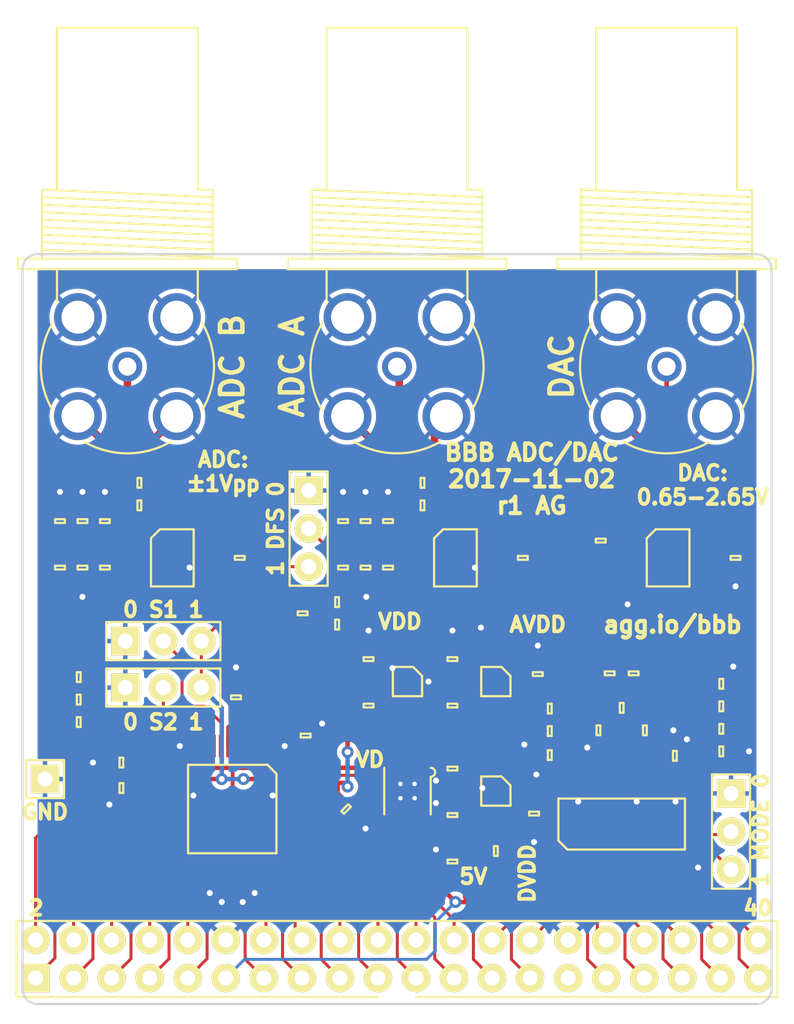
<source format=kicad_pcb>
(kicad_pcb (version 20221018) (generator pcbnew)
  (layers (0 "F.Cu" signal) (31 "B.Cu" signal) (34 "B.Paste" user) (35 "F.Paste" user) (36 "B.SilkS" user "B.Silkscreen") (37 "F.SilkS" user "F.Silkscreen") (38 "B.Mask" user) (39 "F.Mask" user) (44 "Edge.Cuts" user))
  (net 0 "")
  (net 1 "/GPIO0_32")
  (net 2 "/GPIO0_31")
  (net 3 "/GPIO0_30")
  (net 4 "/GPIO0_29")
  (net 5 "/GPIO0_28")
  (net 6 "/GPIO0_27")
  (net 7 "/GPIO0_26")
  (net 8 "/GPIO0_25")
  (net 9 "/GPIO0_24")
  (net 10 "/GPIO0_23")
  (net 11 "/GPIO0_22")
  (net 12 "/GPIO0_21")
  (net 13 "/GPIO0_20")
  (net 14 "Net-(IC5-Pad15)")
  (net 15 "GND")
  (net 16 "Net-(C16-Pad1)")
  (net 17 "Net-(IC5-Pad18)")
  (net 18 "Net-(IC5-Pad19)")
  (net 19 "Net-(C15-Pad1)")
  (net 20 "Net-(C15-Pad2)")
  (net 21 "Net-(IC5-Pad23)")
  (net 22 "/DAC_AVDD")
  (net 23 "Net-(IC5-Pad25)")
  (net 24 "/DAC_DVDD")
  (net 25 "/GPIO0_33")
  (net 26 "Net-(IC8-Pad1)")
  (net 27 "Net-(IC8-Pad2)")
  (net 28 "Net-(IC8-Pad5)")
  (net 29 "Net-(D3-Pad1)")
  (net 30 "Net-(IC8-Pad8)")
  (net 31 "Net-(IC3-Pad8)")
  (net 32 "Net-(IC3-Pad7)")
  (net 33 "Net-(IC3-Pad5)")
  (net 34 "Net-(IC3-Pad4)")
  (net 35 "/ADC_VD")
  (net 36 "Net-(C4-Pad1)")
  (net 37 "Net-(IC3-Pad1)")
  (net 38 "Net-(IC2-Pad1)")
  (net 39 "Net-(C2-Pad1)")
  (net 40 "Net-(IC2-Pad4)")
  (net 41 "Net-(IC2-Pad5)")
  (net 42 "Net-(IC2-Pad7)")
  (net 43 "Net-(IC2-Pad8)")
  (net 44 "Net-(IC9-Pad4)")
  (net 45 "/ADC_VDD")
  (net 46 "Net-(IC9-Pad8)")
  (net 47 "Net-(IC9-Pad9)")
  (net 48 "Net-(C3-Pad1)")
  (net 49 "5v")
  (net 50 "Net-(C17-Pad1)")
  (net 51 "Net-(C8-Pad1)")
  (net 52 "Net-(C10-Pad1)")
  (net 53 "Net-(C10-Pad2)")
  (net 54 "Net-(C21-Pad1)")
  (net 55 "Net-(C12-Pad2)")
  (net 56 "Net-(C12-Pad1)")
  (net 57 "/GPIO0_09")
  (net 58 "/GPIO0_19")
  (net 59 "/GPIO0_18")
  (net 60 "/GPIO0_17")
  (net 61 "/GPIO0_16")
  (net 62 "/GPIO0_15")
  (net 63 "/GPIO0_14")
  (net 64 "/GPIO0_13")
  (net 65 "/GPIO0_12")
  (net 66 "/GPIO0_11")
  (net 67 "/GPIO0_10")
  (net 68 "/GPIO0_IN0")
  (net 69 "/GPIO0_IN1")
  (net 70 "/GPIO0_00")
  (net 71 "/GPIO0_01")
  (net 72 "/GPIO0_02")
  (net 73 "/GPIO0_03")
  (net 74 "/GPIO0_04")
  (net 75 "/GPIO0_05")
  (net 76 "/GPIO0_06")
  (net 77 "/GPIO0_07")
  (net 78 "/GPIO0_08")
  (net 79 "Net-(J1-Pad29)")
  (net 80 "Net-(D2-Pad1)")
  (net 81 "Net-(D1-Pad1)")
  (net 82 "Net-(IC7-Pad6)")
  (net 83 "Net-(C28-Pad1)")
  (footprint "agg:TSSOP-28" (layer "F.Cu") (at 115 141 90)
    (fp_text reference "IC5")
    (fp_text value "AD9744")
  )
  (footprint "agg:SOIC-8" (layer "F.Cu") (at 118.1 123.25)
    (fp_text reference "IC8")
    (fp_text value "AD8041")
  )
  (footprint "agg:SOIC-8" (layer "F.Cu") (at 85 123.25)
    (fp_text reference "IC3")
    (fp_text value "AD8138")
  )
  (footprint "agg:SOIC-8" (layer "F.Cu") (at 103.9 123.25)
    (fp_text reference "IC2")
    (fp_text value "AD8138")
  )
  (footprint "agg:SIL-254P-03" (layer "F.Cu") (at 94.1 121.3 -90)
    (fp_text reference "J5")
    (fp_text value "DFS")
  )
  (footprint "agg:SIL-254P-03" (layer "F.Cu") (at 84.4 128.8)
    (fp_text reference "J4")
    (fp_text value "S1")
  )
  (footprint "agg:SIL-254P-03" (layer "F.Cu") (at 84.4 131.9)
    (fp_text reference "J3")
    (fp_text value "S2")
  )
  (footprint "agg:SIL-254P-03" (layer "F.Cu") (at 122.3 141.5 -90)
    (fp_text reference "J2")
    (fp_text value "MODE")
  )
  (footprint "agg:MSOP-8" (layer "F.Cu") (at 106.6 131.5 -90)
    (fp_text reference "IC1")
    (fp_text value "ADP3335")
  )
  (footprint "agg:MSOP-8" (layer "F.Cu") (at 100.7 131.5 -90)
    (fp_text reference "IC6")
    (fp_text value "ADP3335")
  )
  (footprint "agg:MSOP-8" (layer "F.Cu") (at 106.6 138.8 -90)
    (fp_text reference "IC4")
    (fp_text value "ADP3335")
  )
  (footprint "agg:LQFP-48" (layer "F.Cu") (at 89 140 -90)
    (fp_text reference "IC9")
    (fp_text value "AD9218")
  )
  (footprint "agg:DIL-254P-40" (layer "F.Cu") (at 100 150)
    (fp_text reference "J1")
    (fp_text value "FPGA_GPIO0")
  )
  (footprint "agg:0603" (layer "F.Cu") (at 80.5 123.9 -90)
    (fp_text reference "R14")
    (fp_text value "500")
  )
  (footprint "agg:0603" (layer "F.Cu") (at 99.4 120.8 -90)
    (fp_text reference "R8")
    (fp_text value "525")
  )
  (footprint "agg:0603" (layer "F.Cu") (at 115 133.25 180)
    (fp_text reference "C15")
    (fp_text value "15p")
  )
  (footprint "agg:0603" (layer "F.Cu") (at 82.8 119.75 180)
    (fp_text reference "R9")
    (fp_text value "500")
  )
  (footprint "agg:0603" (layer "F.Cu") (at 97.9 120.8 90)
    (fp_text reference "C2")
    (fp_text value "100n")
  )
  (footprint "agg:0603" (layer "F.Cu") (at 110.2 133.3)
    (fp_text reference "C3")
    (fp_text value "1n")
  )
  (footprint "agg:0603" (layer "F.Cu") (at 79 120.8 90)
    (fp_text reference "C4")
    (fp_text value "100n")
  )
  (footprint "agg:0603" (layer "F.Cu") (at 109.4 131 90)
    (fp_text reference "C5")
    (fp_text value "1µ")
  )
  (footprint "agg:0603" (layer "F.Cu") (at 110.2 134.8 180)
    (fp_text reference "C6")
    (fp_text value "100n")
  )
  (footprint "agg:0603" (layer "F.Cu") (at 103.7 143.5 90)
    (fp_text reference "C7")
    (fp_text value "1µ")
  )
  (footprint "agg:0603" (layer "F.Cu") (at 106.6 142.8)
    (fp_text reference "C8")
    (fp_text value "1n")
  )
  (footprint "agg:0603" (layer "F.Cu") (at 109.15 140.3 -90)
    (fp_text reference "C9")
    (fp_text value "1µ")
  )
  (footprint "agg:0603" (layer "F.Cu") (at 93.7 126.95 90)
    (fp_text reference "C10")
    (fp_text value "15p")
  )
  (footprint "agg:0603" (layer "F.Cu") (at 110.2 136.4 180)
    (fp_text reference "C11")
    (fp_text value "100n")
  )
  (footprint "agg:0603" (layer "F.Cu") (at 78.75 134.2)
    (fp_text reference "C12")
    (fp_text value "15p")
  )
  (footprint "agg:0603" (layer "F.Cu") (at 103.7 133.1 90)
    (fp_text reference "C13")
    (fp_text value "1µ")
  )
  (footprint "agg:0603" (layer "F.Cu") (at 103.7 140.4 90)
    (fp_text reference "C14")
    (fp_text value "1µ")
  )
  (footprint "agg:0603" (layer "F.Cu") (at 118.55 136.45)
    (fp_text reference "C16")
    (fp_text value "100n")
  )
  (footprint "agg:0603" (layer "F.Cu") (at 98.1 133.1 90)
    (fp_text reference "C17")
    (fp_text value "1n")
  )
  (footprint "agg:0603" (layer "F.Cu") (at 98.1 130 90)
    (fp_text reference "C19")
    (fp_text value "1µ")
  )
  (footprint "agg:0603" (layer "F.Cu") (at 103.7 137.3 -90)
    (fp_text reference "C20")
    (fp_text value "1µ")
  )
  (footprint "agg:0603" (layer "F.Cu") (at 89.25 132.55 90)
    (fp_text reference "C21")
    (fp_text value "100n")
  )
  (footprint "agg:0603" (layer "F.Cu") (at 122.6 123.25 -90)
    (fp_text reference "C22")
    (fp_text value "100n")
  )
  (footprint "agg:0603" (layer "F.Cu") (at 108.4 123.25 -90)
    (fp_text reference "R11")
    (fp_text value "500")
  )
  (footprint "agg:0603" (layer "F.Cu") (at 101.7 119.75 180)
    (fp_text reference "R4")
    (fp_text value "500")
  )
  (footprint "agg:0603" (layer "F.Cu") (at 77.5 123.9 -90)
    (fp_text reference "R6")
    (fp_text value "10k")
  )
  (footprint "agg:0603" (layer "F.Cu") (at 82.8 118.25)
    (fp_text reference "R5")
    (fp_text value "50")
  )
  (footprint "agg:0603" (layer "F.Cu") (at 77.5 120.8 -90)
    (fp_text reference "R7")
    (fp_text value "5k")
  )
  (footprint "agg:0603" (layer "F.Cu") (at 96.4 120.8 -90)
    (fp_text reference "R3")
    (fp_text value "5k")
  )
  (footprint "agg:0603" (layer "F.Cu") (at 96.4 123.9 -90)
    (fp_text reference "R2")
    (fp_text value "10k")
  )
  (footprint "agg:0603" (layer "F.Cu") (at 101.7 118.25)
    (fp_text reference "R1")
    (fp_text value "50")
  )
  (footprint "agg:0603" (layer "F.Cu") (at 78.75 132.7)
    (fp_text reference "R17")
    (fp_text value "25")
  )
  (footprint "agg:0603" (layer "F.Cu") (at 103.7 130 90)
    (fp_text reference "C1")
    (fp_text value "1µ")
  )
  (footprint "agg:0603" (layer "F.Cu") (at 115.8 130.95 -90)
    (fp_text reference "R25")
    (fp_text value "225")
  )
  (footprint "agg:0603" (layer "F.Cu") (at 121.65 133.15 180)
    (fp_text reference "R24")
    (fp_text value "1k")
  )
  (footprint "agg:0603" (layer "F.Cu") (at 114.2 130.95 -90)
    (fp_text reference "R22")
    (fp_text value "225")
  )
  (footprint "agg:0603" (layer "F.Cu") (at 80.5 120.8 -90)
    (fp_text reference "R10")
    (fp_text value "525")
  )
  (footprint "agg:0603" (layer "F.Cu") (at 99.4 123.9 -90)
    (fp_text reference "R12")
    (fp_text value "500")
  )
  (footprint "agg:0603" (layer "F.Cu") (at 89.5 123.25 -90)
    (fp_text reference "R13")
    (fp_text value "500")
  )
  (footprint "agg:0603" (layer "F.Cu") (at 96 127.7)
    (fp_text reference "R15")
    (fp_text value "25")
  )
  (footprint "agg:0603" (layer "F.Cu") (at 96 126.2)
    (fp_text reference "R16")
    (fp_text value "25")
  )
  (footprint "agg:0603" (layer "F.Cu") (at 113.6 122.1 -90)
    (fp_text reference "R26")
    (fp_text value "500")
  )
  (footprint "agg:0603" (layer "F.Cu") (at 78.75 131.2)
    (fp_text reference "R18")
    (fp_text value "25")
  )
  (footprint "agg:0603" (layer "F.Cu") (at 116.55 134.75)
    (fp_text reference "R19")
    (fp_text value "25")
  )
  (footprint "agg:0603" (layer "F.Cu") (at 113.45 134.75 180)
    (fp_text reference "R20")
    (fp_text value "25")
  )
  (footprint "agg:0603" (layer "F.Cu") (at 121.65 136.15)
    (fp_text reference "R21")
    (fp_text value "2k")
  )
  (footprint "agg:0603" (layer "F.Cu") (at 121.65 134.65)
    (fp_text reference "R23")
    (fp_text value "1k")
  )
  (footprint "agg:0402" (layer "F.Cu") (at 99.7 116.9 180)
    (fp_text reference "D1")
    (fp_text value "ESD_DIODE")
  )
  (footprint "agg:0402" (layer "F.Cu") (at 81.5 116.9 180)
    (fp_text reference "D2")
    (fp_text value "ESD_DIODE")
  )
  (footprint "agg:0402" (layer "F.Cu") (at 117.55 116.9 180)
    (fp_text reference "D3")
    (fp_text value "ESD_DIODE")
  )
  (footprint "agg:BNC_PCB_RA_5-1634556-0" (layer "F.Cu") (at 100 110.5)
    (fp_text reference "P1")
    (fp_text value "COAX")
  )
  (footprint "agg:BNC_PCB_RA_5-1634556-0" (layer "F.Cu") (at 118 110.5)
    (fp_text reference "P3")
    (fp_text value "COAX")
  )
  (footprint "agg:BNC_PCB_RA_5-1634556-0" (layer "F.Cu") (at 82 110.5)
    (fp_text reference "P2")
    (fp_text value "COAX")
  )
  (footprint "agg:MSOP-8-EP-AD" (layer "F.Cu") (at 100.7 138.8 -90)
    (fp_text reference "IC7")
    (fp_text value "ADP124")
  )
  (footprint "agg:0603" (layer "F.Cu") (at 97.9 123.9 -90)
    (fp_text reference "C18")
    (fp_text value "100n")
  )
  (footprint "agg:0603" (layer "F.Cu") (at 79 123.9 -90)
    (fp_text reference "C23")
    (fp_text value "100n")
  )
  (footprint "agg:0603" (layer "F.Cu") (at 81.6 138.6 180)
    (fp_text reference "C24")
    (fp_text value "100n")
  )
  (footprint "agg:0603" (layer "F.Cu") (at 93.9 135.1 90)
    (fp_text reference "C25")
    (fp_text value "100n")
  )
  (footprint "agg:0603" (layer "F.Cu") (at 121.65 131.65)
    (fp_text reference "C28")
    (fp_text value "100n")
  )
  (footprint "agg:0603" (layer "F.Cu") (at 81.6 136.9 180)
    (fp_text reference "C26")
    (fp_text value "100n")
  )
  (footprint "agg:0603" (layer "F.Cu") (at 96.6 140 -45)
    (fp_text reference "C27")
    (fp_text value "100n")
  )
  (footprint "agg:TESTPAD" (layer "F.Cu") (at 98.1 135.4)
    (fp_text reference "TP5" hide)
    (fp_text value "TESTPAD" hide)
  )
  (footprint "agg:TESTPAD" (layer "F.Cu") (at 107 127.6)
    (fp_text reference "TP1" hide)
    (fp_text value "TESTPAD" hide)
  )
  (footprint "agg:TESTPAD" (layer "F.Cu") (at 104.9 145.8)
    (fp_text reference "TP2" hide)
    (fp_text value "TESTPAD" hide)
  )
  (footprint "agg:TESTPAD" (layer "F.Cu") (at 107.2 144)
    (fp_text reference "TP3" hide)
    (fp_text value "TESTPAD" hide)
  )
  (footprint "agg:TESTPAD" (layer "F.Cu") (at 102.2 127.5)
    (fp_text reference "TP4" hide)
    (fp_text value "TESTPAD" hide)
  )
  (footprint "agg:SIL-254P-01" (layer "F.Cu") (at 76.5 138)
    (fp_text reference "J6")
    (fp_text value "GND")
  )
  (gr_line (start 125 152) (end 125 104) (stroke (width 0.15)) (layer "Edge.Cuts"))
  (gr_arc (start 124 103) (mid 124.707107 103.292893) (end 125 104) (stroke (width 0.15)) (layer "Edge.Cuts"))
  (gr_arc (start 75 104) (mid 75.292893 103.292893) (end 76 103) (stroke (width 0.15)) (layer "Edge.Cuts"))
  (gr_line (start 124 103) (end 76 103) (stroke (width 0.15)) (layer "Edge.Cuts"))
  (gr_arc (start 125 152) (mid 124.707107 152.707107) (end 124 153) (stroke (width 0.15)) (layer "Edge.Cuts"))
  (gr_line (start 76 153) (end 124 153) (stroke (width 0.15)) (layer "Edge.Cuts"))
  (gr_line (start 75 104) (end 75 152) (stroke (width 0.15)) (layer "Edge.Cuts"))
  (gr_arc (start 76 153) (mid 75.292893 152.707107) (end 75 152) (stroke (width 0.15)) (layer "Edge.Cuts"))
  (gr_text "0 S2 1" (at 84.4 134.2) (layer "F.SilkS") (effects (font (size 1 1) (thickness 0.25))))
  (gr_text "1 DFS 0" (at 91.9 121.3 90) (layer "F.SilkS") (effects (font (size 1 1) (thickness 0.25))))
  (gr_text "1 MODE 0" (at 124.3 141.4 90) (layer "F.SilkS") (effects (font (size 1 1) (thickness 0.25))))
  (gr_text "ADC A" (at 93 110.5 90) (layer "F.SilkS") (effects (font (size 1.5 1.5) (thickness 0.3))))
  (gr_text "DAC" (at 111 110.5 90) (layer "F.SilkS") (effects (font (size 1.5 1.5) (thickness 0.3))))
  (gr_text "40" (at 124.1 146.6) (layer "F.SilkS") (effects (font (size 1 1) (thickness 0.25))))
  (gr_text "DAC:\n0.65-2.65V" (at 120.4 118.4) (layer "F.SilkS") (effects (font (size 1 1) (thickness 0.25))))
  (gr_text "VD" (at 98.2 136.7) (layer "F.SilkS") (effects (font (size 1 1) (thickness 0.25))))
  (gr_text "5V" (at 105.1 144.5) (layer "F.SilkS") (effects (font (size 1 1) (thickness 0.25))))
  (gr_text "VDD" (at 100.2 127.5) (layer "F.SilkS") (effects (font (size 1 1) (thickness 0.25))))
  (gr_text "AVDD" (at 109.4 127.7) (layer "F.SilkS") (effects (font (size 1 1) (thickness 0.25))))
  (gr_text "DVDD" (at 108.7 144.3 90) (layer "F.SilkS") (effects (font (size 1 1) (thickness 0.25))))
  (gr_text "agg.io/bbb" (at 118.4 127.7) (layer "F.SilkS") (effects (font (size 1.1 1.1) (thickness 0.275))))
  (gr_text "GND" (at 76.5 140.2) (layer "F.SilkS") (effects (font (size 1 1) (thickness 0.25))))
  (gr_text "ADC:\n±1Vpp" (at 88.4 117.5) (layer "F.SilkS") (effects (font (size 1 1) (thickness 0.25))))
  (gr_text "ADC B" (at 89 110.5 90) (layer "F.SilkS") (effects (font (size 1.5 1.5) (thickness 0.3))))
  (gr_text "BBB ADC/DAC\n2017-11-02\nr1 AG" (at 109 118) (layer "F.SilkS") (effects (font (size 1.1 1.1) (thickness 0.275))))
  (gr_text "0 S1 1" (at 84.4 126.7) (layer "F.SilkS") (effects (font (size 1 1) (thickness 0.25))))
  (gr_text "2" (at 75.9 146.6) (layer "F.SilkS") (effects (font (size 1 1) (thickness 0.25))))
  (segment (start 122.840001 149.980001) (end 122.840001 148.129999) (width 0.2) (layer "F.Cu") (net 1))
  (segment (start 122.840001 148.129999) (end 120.810002 146.1) (width 0.2) (layer "F.Cu") (net 1))
  (segment (start 124.13 151.27) (end 122.840001 149.980001) (width 0.2) (layer "F.Cu") (net 1))
  (segment (start 120.810002 146.1) (end 118.8 146.1) (width 0.2) (layer "F.Cu") (net 1))
  (segment (start 117.925 145.225) (end 117.925 143.875) (width 0.2) (layer "F.Cu") (net 1))
  (segment (start 118.8 146.1) (end 117.925 145.225) (width 0.2) (layer "F.Cu") (net 1))
  (segment (start 117.275 145.375) (end 118.6 146.7) (width 0.2) (layer "F.Cu") (net 2))
  (segment (start 119.8 146.7) (end 121.59 148.49) (width 0.2) (layer "F.Cu") (net 2))
  (segment (start 117.275 143.875) (end 117.275 145.375) (width 0.2) (layer "F.Cu") (net 2))
  (segment (start 121.59 148.49) (end 121.59 148.73) (width 0.2) (layer "F.Cu") (net 2))
  (segment (start 118.6 146.7) (end 119.8 146.7) (width 0.2) (layer "F.Cu") (net 2))
  (segment (start 120.640001 150.320001) (end 121.59 151.27) (width 0.2) (layer "F.Cu") (net 3))
  (segment (start 120.339999 150.019999) (end 120.640001 150.320001) (width 0.2) (layer "F.Cu") (net 3))
  (segment (start 118.4 147.2) (end 119.6 147.2) (width 0.2) (layer "F.Cu") (net 3))
  (segment (start 120.339999 147.939999) (end 120.339999 150.019999) (width 0.2) (layer "F.Cu") (net 3))
  (segment (start 116.625 143.875) (end 116.625 145.425) (width 0.2) (layer "F.Cu") (net 3))
  (segment (start 119.6 147.2) (end 120.339999 147.939999) (width 0.2) (layer "F.Cu") (net 3))
  (segment (start 116.625 145.425) (end 118.4 147.2) (width 0.2) (layer "F.Cu") (net 3))
  (segment (start 115.975 145.655) (end 119.05 148.73) (width 0.2) (layer "F.Cu") (net 4))
  (segment (start 115.975 143.875) (end 115.975 145.655) (width 0.2) (layer "F.Cu") (net 4))
  (segment (start 119.05 148.45) (end 119.05 148.73) (width 0.3) (layer "F.Cu") (net 4))
  (segment (start 117.760001 149.980001) (end 117.760001 148.060001) (width 0.2) (layer "F.Cu") (net 5))
  (segment (start 117.760001 148.060001) (end 115.325 145.625) (width 0.2) (layer "F.Cu") (net 5))
  (segment (start 119.05 151.27) (end 117.760001 149.980001) (width 0.2) (layer "F.Cu") (net 5))
  (segment (start 115.325 145.625) (end 115.325 143.875) (width 0.2) (layer "F.Cu") (net 5))
  (segment (start 114.675 143.875) (end 114.675 146.375) (width 0.2) (layer "F.Cu") (net 6))
  (segment (start 114.675 146.375) (end 116.51 148.21) (width 0.2) (layer "F.Cu") (net 6))
  (segment (start 116.51 148.21) (end 116.51 148.73) (width 0.2) (layer "F.Cu") (net 6))
  (segment (start 115.220001 149.980001) (end 115.220001 147.820001) (width 0.2) (layer "F.Cu") (net 7))
  (segment (start 115.220001 147.820001) (end 114.025 146.625) (width 0.2) (layer "F.Cu") (net 7))
  (segment (start 116.51 151.27) (end 115.220001 149.980001) (width 0.2) (layer "F.Cu") (net 7))
  (segment (start 114.025 146.625) (end 114.025 143.875) (width 0.2) (layer "F.Cu") (net 7))
  (segment (start 113.375 148.135) (end 113.97 148.73) (width 0.3) (layer "F.Cu") (net 8))
  (segment (start 113.375 143.875) (end 113.375 148.135) (width 0.2) (layer "F.Cu") (net 8))
  (segment (start 112.719999 150.019999) (end 112.719999 144.755001) (width 0.2) (layer "F.Cu") (net 9))
  (segment (start 112.725 144.75) (end 112.725 143.875) (width 0.2) (layer "F.Cu") (net 9))
  (segment (start 112.719999 144.755001) (end 112.725 144.75) (width 0.2) (layer "F.Cu") (net 9))
  (segment (start 113.97 151.27) (end 112.719999 150.019999) (width 0.2) (layer "F.Cu") (net 9))
  (segment (start 112.075 145.545) (end 112.075 143.875) (width 0.2) (layer "F.Cu") (net 10))
  (segment (start 108.89 148.73) (end 112.075 145.545) (width 0.2) (layer "F.Cu") (net 10))
  (segment (start 107.639999 148.129999) (end 108.469998 147.3) (width 0.2) (layer "F.Cu") (net 11))
  (segment (start 111.425 144.875) (end 111.425 143.875) (width 0.2) (layer "F.Cu") (net 11))
  (segment (start 109 147.3) (end 111.425 144.875) (width 0.2) (layer "F.Cu") (net 11))
  (segment (start 108.89 151.27) (end 107.639999 150.019999) (width 0.2) (layer "F.Cu") (net 11))
  (segment (start 108.469998 147.3) (end 109 147.3) (width 0.2) (layer "F.Cu") (net 11))
  (segment (start 107.639999 150.019999) (end 107.639999 148.129999) (width 0.2) (layer "F.Cu") (net 11))
  (segment (start 106.35 148.73) (end 110.775 144.305) (width 0.2) (layer "F.Cu") (net 12))
  (segment (start 110.775 144.305) (end 110.775 143.875) (width 0.3) (layer "F.Cu") (net 12))
  (segment (start 105.099999 150.019999) (end 105.099999 147.400001) (width 0.2) (layer "F.Cu") (net 13))
  (segment (start 105.099999 147.400001) (end 110.775 141.725) (width 0.2) (layer "F.Cu") (net 13))
  (segment (start 110.775 141.725) (end 110.775 138.125) (width 0.2) (layer "F.Cu") (net 13))
  (segment (start 106.35 151.27) (end 105.099999 150.019999) (width 0.2) (layer "F.Cu") (net 13))
  (segment (start 103.7 129.2) (end 103.7 128.1) (width 0.3) (layer "F.Cu") (net 15))
  (segment (start 102.5 118.25) (end 102.5 114.6) (width 0.5) (layer "F.Cu") (net 15))
  (segment (start 105.625 136.6) (end 105.625 138.525) (width 0.3) (layer "F.Cu") (net 15))
  (segment (start 103.7 142.7) (end 102.6 142.7) (width 0.3) (layer "F.Cu") (net 15))
  (segment (start 105.215 123.885) (end 105.2 123.9) (width 0.5) (layer "F.Cu") (net 15))
  (segment (start 86.165 123.885) (end 86.15 123.9) (width 0.5) (layer "F.Cu") (net 15))
  (segment (start 81.05 116.9) (end 81.05 116.15) (width 0.5) (layer "F.Cu") (net 15))
  (segment (start 97.9 120) (end 97.9 118.85) (width 0.5) (layer "F.Cu") (net 15))
  (segment (start 103.7 138.1) (end 102.6 138.1) (width 0.3) (layer "F.Cu") (net 15))
  (segment (start 102.9 132.3) (end 102.1 131.5) (width 0.3) (layer "F.Cu") (net 15))
  (segment (start 92.05 138.75) (end 91.7 139.1) (width 0.3) (layer "F.Cu") (net 15))
  (segment (start 118.575 138.125) (end 118.575 139.475) (width 0.3) (layer "F.Cu") (net 15))
  (segment (start 80.8 138.6) (end 80.8 139.7) (width 0.3) (layer "F.Cu") (net 15))
  (segment (start 93.9 134.3) (end 95 134.3) (width 0.3) (layer "F.Cu") (net 15))
  (segment (start 112.075 138.125) (end 112.075 139.475) (width 0.3) (layer "F.Cu") (net 15))
  (segment (start 118.575 137.225) (end 119.35 136.45) (width 0.3) (layer "F.Cu") (net 15))
  (segment (start 105.625 127.925) (end 105.6 127.9) (width 0.3) (layer "F.Cu") (net 15))
  (segment (start 86.25 135.8) (end 85.5 135.8) (width 0.3) (layer "F.Cu") (net 15))
  (segment (start 118.575 138.125) (end 118.575 137.225) (width 0.3) (layer "F.Cu") (net 15))
  (segment (start 120.075 143.875) (end 120.1 143.9) (width 0.3) (layer "F.Cu") (net 15))
  (segment (start 99.25 116.95) (end 99.25 116.35) (width 0.5) (layer "F.Cu") (net 15))
  (segment (start 83.6 118.25) (end 83.6 115.5) (width 0.5) (layer "F.Cu") (net 15))
  (segment (start 97.9 124.7) (end 97.9 125.8) (width 0.5) (layer "F.Cu") (net 15))
  (segment (start 109.4 130.2) (end 109.4 129.1) (width 0.3) (layer "F.Cu") (net 15))
  (segment (start 93.2 138.75) (end 92.05 138.75) (width 0.3) (layer "F.Cu") (net 15))
  (segment (start 89.75 146.15) (end 89.7 146.2) (width 0.2) (layer "F.Cu") (net 15))
  (segment (start 105.625 129.3) (end 105.625 127.925) (width 0.3) (layer "F.Cu") (net 15))
  (segment (start 109.4 136.4) (end 109.4 137.6) (width 0.3) (layer "F.Cu") (net 15))
  (segment (start 112.65 134.75) (end 112.65 135.85) (width 0.3) (layer "F.Cu") (net 15))
  (segment (start 115.975 138.125) (end 115.975 139.475) (width 0.3) (layer "F.Cu") (net 15))
  (segment (start 79 120) (end 79 118.85) (width 0.5) (layer "F.Cu") (net 15))
  (segment (start 91.75 135.8) (end 92.5 135.8) (width 0.3) (layer "F.Cu") (net 15))
  (segment (start 81.05 116.15) (end 78.7 113.8) (width 0.5) (layer "F.Cu") (net 15))
  (segment (start 98.1 129.2) (end 98.1 128.1) (width 0.3) (layer "F.Cu") (net 15))
  (segment (start 122.45 136.15) (end 123.5 136.15) (width 0.3) (layer "F.Cu") (net 15))
  (segment (start 99.4 120) (end 99.4 118.85) (width 0.5) (layer "F.Cu") (net 15))
  (segment (start 96.4 120) (end 96.4 118.85) (width 0.5) (layer "F.Cu") (net 15))
  (segment (start 86.05 138.75) (end 86.4 139.1) (width 0.3) (layer "F.Cu") (net 15))
  (segment (start 99.725 129.3) (end 99.725 130.575) (width 0.3) (layer "F.Cu") (net 15))
  (segment (start 87.25 145.35) (end 87.5 145.6) (width 0.2) (layer "F.Cu") (net 15))
  (segment (start 88.25 144.2) (end 88.25 146.15) (width 0.2) (layer "F.Cu") (net 15))
  (segment (start 89.75 144.2) (end 89.75 146.15) (width 0.2) (layer "F.Cu") (net 15))
  (segment (start 117.1 116.9) (end 117.1 116.2) (width 0.5) (layer "F.Cu") (net 15))
  (segment (start 109.4 134.8) (end 108.5 135.7) (width 0.3) (layer "F.Cu") (net 15))
  (segment (start 122.45 131.65) (end 122.45 130.5) (width 0.3) (layer "F.Cu") (net 15))
  (segment (start 97.9 125.8) (end 97.95 125.85) (width 0.5) (layer "F.Cu") (net 15))
  (segment (start 109.15 141.1) (end 109.15 142.2) (width 0.3) (layer "F.Cu") (net 15))
  (segment (start 109.4 137.6) (end 109.3 137.7) (width 0.3) (layer "F.Cu") (net 15))
  (segment (start 80.5 120) (end 80.5 118.85) (width 0.5) (layer "F.Cu") (net 15))
  (segment (start 99.25 116.35) (end 96.7 113.8) (width 0.5) (layer "F.Cu") (net 15))
  (segment (start 117.35 134.75) (end 118.45 134.75) (width 0.3) (layer "F.Cu") (net 15))
  (segment (start 102.9 132.3) (end 103.7 132.3) (width 0.3) (layer "F.Cu") (net 15))
  (segment (start 87.25 144.2) (end 87.25 145.35) (width 0.2) (layer "F.Cu") (net 15))
  (segment (start 118.575 139.475) (end 118.6 139.5) (width 0.3) (layer "F.Cu") (net 15))
  (segment (start 97.165685 140.565685) (end 97.9 141.3) (width 0.3) (layer "F.Cu") (net 15))
  (segment (start 119.225 143.875) (end 120.075 143.875) (width 0.3) (layer "F.Cu") (net 15))
  (segment (start 87.7 123.885) (end 86.165 123.885) (width 0.5) (layer "F.Cu") (net 15))
  (segment (start 117.1 116.2) (end 114.7 113.8) (width 0.5) (layer "F.Cu") (net 15))
  (segment (start 77.5 120) (end 77.5 118.85) (width 0.5) (layer "F.Cu") (net 15))
  (segment (start 106.6 123.885) (end 105.215 123.885) (width 0.5) (layer "F.Cu") (net 15))
  (segment (start 89.25 131.75) (end 89.25 130.55) (width 0.3) (layer "F.Cu") (net 15))
  (segment (start 99.725 137.825) (end 99.725 136.6) (width 0.3) (layer "F.Cu") (net 15))
  (segment (start 112.65 135.85) (end 112.7 135.9) (width 0.3) (layer "F.Cu") (net 15))
  (segment (start 79 124.7) (end 79 125.85) (width 0.5) (layer "F.Cu") (net 15))
  (segment (start 112.075 139.475) (end 112.1 139.5) (width 0.3) (layer "F.Cu") (net 15))
  (segment (start 84.8 138.75) (end 86.05 138.75) (width 0.3) (layer "F.Cu") (net 15))
  (segment (start 103.7 139.6) (end 102.6 139.6) (width 0.3) (layer "F.Cu") (net 15))
  (segment (start 102.5 114.6) (end 103.3 113.8) (width 0.5) (layer "F.Cu") (net 15))
  (segment (start 115.4 125.155) (end 115.4 126.35) (width 0.3) (layer "F.Cu") (net 15))
  (segment (start 115.975 139.475) (end 116 139.5) (width 0.3) (layer "F.Cu") (net 15))
  (segment (start 122.45 133.15) (end 122.45 131.65) (width 0.3) (layer "F.Cu") (net 15))
  (segment (start 119.35 136.45) (end 119.35 135.35) (width 0.3) (layer "F.Cu") (net 15))
  (segment (start 99.725 130.575) (end 99.7 130.6) (width 0.3) (layer "F.Cu") (net 15))
  (segment (start 105.625 138.525) (end 105.7 138.6) (width 0.3) (layer "F.Cu") (net 15))
  (segment (start 83.6 115.5) (end 85.3 113.8) (width 0.5) (layer "F.Cu") (net 15))
  (segment (start 80.8 136.9) (end 79.7 136.9) (width 0.3) (layer "F.Cu") (net 15))
  (segment (start 88.25 146.15) (end 88.3 146.2) (width 0.2) (layer "F.Cu") (net 15))
  (segment (start 99.725 137.825) (end 100.225 138.325) (width 0.3) (layer "F.Cu") (net 15))
  (segment (start 90.75 144.2) (end 90.75 145.35) (width 0.2) (layer "F.Cu") (net 15))
  (segment (start 90.75 145.35) (end 90.5 145.6) (width 0.2) (layer "F.Cu") (net 15))
  (segment (start 122.6 124.05) (end 122.6 125.15) (width 0.3) (layer "F.Cu") (net 15))
  (via (at 108.5 135.7) (size 0.8) (drill 0.4) (layers "F.Cu" "B.Cu") (net 15))
  (via (at 90.5 145.6) (size 0.8) (drill 0.4) (layers "F.Cu" "B.Cu") (net 15))
  (via (at 118.45 134.75) (size 0.8) (drill 0.4) (layers "F.Cu" "B.Cu") (net 15))
  (via (at 118.45 134.75) (size 0.8) (drill 0.4) (layers "F.Cu" "B.Cu") (net 15))
  (via (at 97.9 141.3) (size 0.8) (drill 0.4) (layers "F.Cu" "B.Cu") (net 15))
  (via (at 85.5 135.8) (size 0.8) (drill 0.4) (layers "F.Cu" "B.Cu") (net 15))
  (via (at 98.1 128.1) (size 0.8) (drill 0.4) (layers "F.Cu" "B.Cu") (net 15))
  (via (at 103.7 128.1) (size 0.8) (drill 0.4) (layers "F.Cu" "B.Cu") (net 15))
  (via (at 122.45 130.5) (size 0.8) (drill 0.4) (layers "F.Cu" "B.Cu") (net 15))
  (via (at 92.5 135.8) (size 0.8) (drill 0.4) (layers "F.Cu" "B.Cu") (net 15))
  (via (at 109.15 142.2) (size 0.8) (drill 0.4) (layers "F.Cu" "B.Cu") (net 15))
  (via (at 105.7 138.6) (size 0.8) (drill 0.4) (layers "F.Cu" "B.Cu") (net 15))
  (via (at 89.7 146.2) (size 0.8) (drill 0.4) (layers "F.Cu" "B.Cu") (net 15))
  (via (at 118.6 139.5) (size 0.8) (drill 0.4) (layers "F.Cu" "B.Cu") (net 15))
  (via (at 102.6 142.7) (size 0.8) (drill 0.4) (layers "F.Cu" "B.Cu") (net 15))
  (via (at 102.1 131.5) (size 0.8) (drill 0.4) (layers "F.Cu" "B.Cu") (net 15))
  (via (at 97.9 118.85) (size 0.8) (drill 0.4) (layers "F.Cu" "B.Cu") (net 15))
  (via (at 99.4 118.85) (size 0.8) (drill 0.4) (layers "F.Cu" "B.Cu") (net 15))
  (via (at 119.35 135.35) (size 0.8) (drill 0.4) (layers "F.Cu" "B.Cu") (net 15))
  (via (at 116 139.5) (size 0.8) (drill 0.4) (layers "F.Cu" "B.Cu") (net 15))
  (via (at 91.7 139.1) (size 0.8) (drill 0.4) (layers "F.Cu" "B.Cu") (net 15))
  (via (at 79 125.85) (size 0.8) (drill 0.4) (layers "F.Cu" "B.Cu") (net 15))
  (via (at 79 118.85) (size 0.8) (drill 0.4) (layers "F.Cu" "B.Cu") (net 15))
  (via (at 95 134.3) (size 0.8) (drill 0.4) (layers "F.Cu" "B.Cu") (net 15))
  (via (at 96.4 118.85) (size 0.8) (drill 0.4) (layers "F.Cu" "B.Cu") (net 15))
  (via (at 105.6 127.9) (size 0.8) (drill 0.4) (layers "F.Cu" "B.Cu") (net 15))
  (via (at 79.7 136.9) (size 0.8) (drill 0.4) (layers "F.Cu" "B.Cu") (net 15))
  (via (at 102.6 139.6) (size 0.8) (drill 0.4) (layers "F.Cu" "B.Cu") (net 15))
  (via (at 88.3 146.2) (size 0.8) (drill 0.4) (layers "F.Cu" "B.Cu") (net 15))
  (via (at 109.3 137.7) (size 0.8) (drill 0.4) (layers "F.Cu" "B.Cu") (net 15))
  (via (at 105.2 123.9) (size 0.8) (drill 0.4) (layers "F.Cu" "B.Cu") (net 15))
  (via (at 99.7 130.6) (size 0.8) (drill 0.4) (layers "F.Cu" "B.Cu") (net 15))
  (via (at 123.5 136.15) (size 0.8) (drill 0.4) (layers "F.Cu" "B.Cu") (net 15))
  (via (at 86.15 123.9) (size 0.8) (drill 0.4) (layers "F.Cu" "B.Cu") (net 15))
  (via (at 112.1 139.5) (size 0.8) (drill 0.4) (layers "F.Cu" "B.Cu") (net 15))
  (via (at 102.6 138.1) (size 0.8) (drill 0.4) (layers "F.Cu" "B.Cu") (net 15))
  (via (at 86.4 139.1) (size 0.8) (drill 0.4) (layers "F.Cu" "B.Cu") (net 15))
  (via (at 89.25 130.55) (size 0.8) (drill 0.4) (layers "F.Cu" "B.Cu") (net 15))
  (via (at 80.5 118.85) (size 0.8) (drill 0.4) (layers "F.Cu" "B.Cu") (net 15))
  (via (at 122.6 125.15) (size 0.8) (drill 0.4) (layers "F.Cu" "B.Cu") (net 15))
  (via (at 97.95 125.85) (size 0.8) (drill 0.4) (layers "F.Cu" "B.Cu") (net 15))
  (via (at 109.4 129.1) (size 0.8) (drill 0.4) (layers "F.Cu" "B.Cu") (net 15))
  (via (at 115.4 126.35) (size 0.8) (drill 0.4) (layers "F.Cu" "B.Cu") (net 15))
  (via (at 87.5 145.6) (size 0.8) (drill 0.4) (layers "F.Cu" "B.Cu") (net 15))
  (via (at 120.1 143.9) (size 0.8) (drill 0.4) (layers "F.Cu" "B.Cu") (net 15))
  (via (at 80.8 139.7) (size 0.8) (drill 0.4) (layers "F.Cu" "B.Cu") (net 15))
  (via (at 112.7 135.9) (size 0.8) (drill 0.4) (layers "F.Cu" "B.Cu") (net 15))
  (via (at 77.5 118.85) (size 0.8) (drill 0.4) (layers "F.Cu" "B.Cu") (net 15))
  (segment (start 117.925 136.625) (end 117.75 136.45) (width 0.3) (layer "F.Cu") (net 16))
  (segment (start 117.925 138.125) (end 117.925 136.625) (width 0.3) (layer "F.Cu") (net 16))
  (segment (start 120.15 136.875) (end 120.85 136.175) (width 0.2) (layer "F.Cu") (net 17))
  (segment (start 117.275 138.125) (end 117.275 139.875) (width 0.2) (layer "F.Cu") (net 17))
  (segment (start 117.95 140.55) (end 119.2 140.55) (width 0.2) (layer "F.Cu") (net 17))
  (segment (start 119.2 140.55) (end 120.15 139.6) (width 0.2) (layer "F.Cu") (net 17))
  (segment (start 120.15 139.6) (end 120.15 136.875) (width 0.2) (layer "F.Cu") (net 17))
  (segment (start 120.85 136.175) (end 120.85 136.15) (width 0.2) (layer "F.Cu") (net 17))
  (segment (start 117.275 139.875) (end 117.95 140.55) (width 0.2) (layer "F.Cu") (net 17))
  (segment (start 115.325 135.175) (end 115.75 134.75) (width 0.3) (layer "F.Cu") (net 19))
  (segment (start 115.8 133.25) (end 115.8 131.75) (width 0.3) (layer "F.Cu") (net 19))
  (segment (start 115.75 134.75) (end 115.75 133.3) (width 0.3) (layer "F.Cu") (net 19))
  (segment (start 115.75 133.2) (end 115.8 133.25) (width 0.3) (layer "F.Cu") (net 19))
  (segment (start 115.325 138.125) (end 115.325 135.175) (width 0.3) (layer "F.Cu") (net 19))
  (segment (start 115.75 133.3) (end 115.8 133.25) (width 0.3) (layer "F.Cu") (net 19))
  (segment (start 114.2 133.25) (end 114.2 131.75) (width 0.3) (layer "F.Cu") (net 20))
  (segment (start 114.675 135.175) (end 114.25 134.75) (width 0.3) (layer "F.Cu") (net 20))
  (segment (start 114.25 134.75) (end 114.25 133.3) (width 0.3) (layer "F.Cu") (net 20))
  (segment (start 114.675 138.125) (end 114.675 135.175) (width 0.3) (layer "F.Cu") (net 20))
  (segment (start 114.25 133.2) (end 114.2 133.25) (width 0.3) (layer "F.Cu") (net 20))
  (segment (start 114.25 133.3) (end 114.2 133.25) (width 0.3) (layer "F.Cu") (net 20))
  (segment (start 111 134.825) (end 111 134.8) (width 0.3) (layer "F.Cu") (net 22))
  (segment (start 106.925 129.3) (end 106.925 127.675) (width 0.3) (layer "F.Cu") (net 22))
  (segment (start 106.55 130.6) (end 106.75 130.8) (width 0.3) (layer "F.Cu") (net 22))
  (segment (start 123.65 134.225) (end 123.65 122.7) (width 0.3) (layer "F.Cu") (net 22))
  (segment (start 120.85 139.9) (end 120.85 137.65) (width 0.3) (layer "F.Cu") (net 22))
  (segment (start 121.649999 135.475001) (end 121.649999 136.850001) (width 0.2) (layer "F.Cu") (net 22))
  (segment (start 119.55 141.2) (end 120.85 139.9) (width 0.3) (layer "F.Cu") (net 22))
  (segment (start 114.45 141.2) (end 119.55 141.2) (width 0.3) (layer "F.Cu") (net 22))
  (segment (start 121.649999 135.475001) (end 122.45 134.675) (width 0.2) (layer "F.Cu") (net 22))
  (segment (start 122.45 134.65) (end 123.225 134.65) (width 0.3) (layer "F.Cu") (net 22))
  (segment (start 121.649999 136.850001) (end 120.85 137.65) (width 0.2) (layer "F.Cu") (net 22))
  (segment (start 113.375 140.125) (end 114.45 141.2) (width 0.3) (layer "F.Cu") (net 22))
  (segment (start 107.575 129.3) (end 107.575 130.775) (width 0.3) (layer "F.Cu") (net 22))
  (segment (start 109.375 131.8) (end 108.375 130.8) (width 0.3) (layer "F.Cu") (net 22))
  (segment (start 108.375 130.8) (end 107.6 130.8) (width 0.3) (layer "F.Cu") (net 22))
  (segment (start 120.8 122.615) (end 122.435 122.615) (width 0.3) (layer "F.Cu") (net 22))
  (segment (start 110.225 131.8) (end 109.4 131.8) (width 0.3) (layer "F.Cu") (net 22))
  (segment (start 123.65 122.7) (end 123.4 122.45) (width 0.3) (layer "F.Cu") (net 22))
  (segment (start 123.4 122.45) (end 122.6 122.45) (width 0.3) (layer "F.Cu") (net 22))
  (segment (start 106.925 127.675) (end 107 127.6) (width 0.3) (layer "F.Cu") (net 22))
  (segment (start 109.4 131.8) (end 109.375 131.8) (width 0.3) (layer "F.Cu") (net 22))
  (segment (start 106.275 129.3) (end 106.275 130.325) (width 0.3) (layer "F.Cu") (net 22))
  (segment (start 111.9 135.725) (end 111 134.825) (width 0.3) (layer "F.Cu") (net 22))
  (segment (start 122.435 122.615) (end 122.6 122.45) (width 0.3) (layer "F.Cu") (net 22))
  (segment (start 111 132.575) (end 110.225 131.8) (width 0.3) (layer "F.Cu") (net 22))
  (segment (start 112.3 136.9) (end 111.9 136.5) (width 0.3) (layer "F.Cu") (net 22))
  (segment (start 106.75 130.8) (end 107.6 130.8) (width 0.3) (layer "F.Cu") (net 22))
  (segment (start 122.45 134.675) (end 122.45 134.65) (width 0.2) (layer "F.Cu") (net 22))
  (segment (start 111.9 136.5) (end 111.9 135.725) (width 0.3) (layer "F.Cu") (net 22))
  (segment (start 111 132.575) (end 111 133.3) (width 0.3) (layer "F.Cu") (net 22))
  (segment (start 106.925 129.3) (end 106.925 130.325) (width 0.3) (layer "F.Cu") (net 22))
  (segment (start 123.225 134.65) (end 123.65 134.225) (width 0.3) (layer "F.Cu") (net 22))
  (segment (start 107.575 130.775) (end 107.6 130.8) (width 0.3) (layer "F.Cu") (net 22))
  (segment (start 113.375 138.125) (end 113.375 137.244998) (width 0.3) (layer "F.Cu") (net 22))
  (segment (start 113.375 138.125) (end 113.375 140.125) (width 0.3) (layer "F.Cu") (net 22))
  (segment (start 111 134.8) (end 111 133.3) (width 0.3) (layer "F.Cu") (net 22))
  (segment (start 113.375 137.244998) (end 113.030002 136.9) (width 0.3) (layer "F.Cu") (net 22))
  (segment (start 106.925 130.325) (end 106.65 130.6) (width 0.3) (layer "F.Cu") (net 22))
  (segment (start 113.030002 136.9) (end 112.3 136.9) (width 0.3) (layer "F.Cu") (net 22))
  (segment (start 106.65 130.6) (end 106.55 130.6) (width 0.3) (layer "F.Cu") (net 22))
  (segment (start 106.275 130.325) (end 106.55 130.6) (width 0.3) (layer "F.Cu") (net 22))
  (segment (start 112.800001 139.075001) (end 112.800001 140.200001) (width 0.2) (layer "F.Cu") (net 23))
  (segment (start 122.1 141.7) (end 122.3 141.5) (width 0.2) (layer "F.Cu") (net 23))
  (segment (start 112.800001 140.200001) (end 114.3 141.7) (width 0.2) (layer "F.Cu") (net 23))
  (segment (start 114.3 141.7) (end 122.1 141.7) (width 0.2) (layer "F.Cu") (net 23))
  (segment (start 112.725 138.125) (end 112.725 139) (width 0.2) (layer "F.Cu") (net 23))
  (segment (start 112.725 139) (end 112.800001 139.075001) (width 0.2) (layer "F.Cu") (net 23))
  (segment (start 107.4 142.8) (end 107.4 143.8) (width 0.3) (layer "F.Cu") (net 24))
  (segment (start 120.850001 142.590001) (end 120.15 142.590001) (width 0.2) (layer "F.Cu") (net 24))
  (segment (start 107.4 142.775) (end 107.4 142.8) (width 0.3) (layer "F.Cu") (net 24))
  (segment (start 109.15 138.65) (end 109.15 139.5) (width 0.3) (layer "F.Cu") (net 24))
  (segment (start 109.1 139.5) (end 109.075 139.5) (width 0.3) (layer "F.Cu") (net 24))
  (segment (start 106.925 138.58212) (end 106.90712 138.6) (width 0.3) (layer "F.Cu") (net 24))
  (segment (start 111 136.425) (end 111 136.4) (width 0.3) (layer "F.Cu") (net 24))
  (segment (start 108.2 140.425) (end 109.125 139.5) (width 0.3) (layer "F.Cu") (net 24))
  (segment (start 120.15 142.590001) (end 113.190001 142.590001) (width 0.2) (layer "F.Cu") (net 24))
  (segment (start 109.6 138.6) (end 110.1 138.1) (width 0.3) (layer "F.Cu") (net 24))
  (segment (start 111.2 139.2) (end 111.225 139.2) (width 0.2) (layer "F.Cu") (net 24))
  (segment (start 109.1 138.6) (end 109.15 138.65) (width 0.3) (layer "F.Cu") (net 24))
  (segment (start 113.190001 142.590001) (end 111.2 140.6) (width 0.2) (layer "F.Cu") (net 24))
  (segment (start 107.6 138.6) (end 109.1 138.6) (width 0.3) (layer "F.Cu") (net 24))
  (segment (start 109.125 139.5) (end 109.15 139.5) (width 0.3) (layer "F.Cu") (net 24))
  (segment (start 110.1 137.325) (end 111 136.425) (width 0.3) (layer "F.Cu") (net 24))
  (segment (start 107.575 136.6) (end 107.575 138.575) (width 0.3) (layer "F.Cu") (net 24))
  (segment (start 109.1 138.6) (end 109.6 138.6) (width 0.3) (layer "F.Cu") (net 24))
  (segment (start 110.1 138.1) (end 110.1 137.325) (width 0.3) (layer "F.Cu") (net 24))
  (segment (start 111.425 138.125) (end 111.425 136.825) (width 0.3) (layer "F.Cu") (net 24))
  (segment (start 108.2 141.975) (end 108.2 140.425) (width 0.3) (layer "F.Cu") (net 24))
  (segment (start 108.2 141.975) (end 107.4 142.775) (width 0.3) (layer "F.Cu") (net 24))
  (segment (start 106.275 136.6) (end 106.275 137.96788) (width 0.3) (layer "F.Cu") (net 24))
  (segment (start 111.225 139.2) (end 111.425 139) (width 0.2) (layer "F.Cu") (net 24))
  (segment (start 107.575 138.575) (end 107.6 138.6) (width 0.3) (layer "F.Cu") (net 24))
  (segment (start 111.425 139) (end 111.425 138.125) (width 0.2) (layer "F.Cu") (net 24))
  (segment (start 106.275 137.96788) (end 106.90712 138.6) (width 0.3) (layer "F.Cu") (net 24))
  (segment (start 106.925 136.6) (end 106.925 138.58212) (width 0.3) (layer "F.Cu") (net 24))
  (segment (start 122.3 144.04) (end 120.850001 142.590001) (width 0.2) (layer "F.Cu") (net 24))
  (segment (start 107.4 143.8) (end 107.2 144) (width 0.3) (layer "F.Cu") (net 24))
  (segment (start 111.425 136.825) (end 111 136.4) (width 0.3) (layer "F.Cu") (net 24))
  (segment (start 111.2 140.6) (end 111.2 139.2) (width 0.2) (layer "F.Cu") (net 24))
  (segment (start 106.90712 138.6) (end 107.6 138.6) (width 0.3) (layer "F.Cu") (net 24))
  (segment (start 118.575 144.75) (end 119.425 145.6) (width 0.2) (layer "F.Cu") (net 25))
  (segment (start 118.575 143.875) (end 118.575 144.75) (width 0.2) (layer "F.Cu") (net 25))
  (segment (start 121 145.6) (end 124.13 148.73) (width 0.2) (layer "F.Cu") (net 25))
  (segment (start 119.425 145.6) (end 121 145.6) (width 0.2) (layer "F.Cu") (net 25))
  (segment (start 114.925 122.615) (end 115.4 122.615) (width 0.3) (layer "F.Cu") (net 27))
  (segment (start 115.875 122.615) (end 115.4 122.615) (width 0.3) (layer "F.Cu") (net 27))
  (segment (start 114.2 123.34) (end 114.925 122.615) (width 0.3) (layer "F.Cu") (net 27))
  (segment (start 113.6 122.9) (end 113.76 122.9) (width 0.3) (layer "F.Cu") (net 27))
  (segment (start 114.2 130.15) (end 114.2 128.475048) (width 0.3) (layer "F.Cu") (net 27))
  (segment (start 113.76 122.9) (end 114.2 123.34) (width 0.3) (layer "F.Cu") (net 27))
  (segment (start 113.70499 124.39501) (end 114.2 123.9) (width 0.3) (layer "F.Cu") (net 27))
  (segment (start 113.70499 127.980039) (end 113.70499 124.39501) (width 0.3) (layer "F.Cu") (net 27))
  (segment (start 114.2 123.9) (end 114.2 123.34) (width 0.3) (layer "F.Cu") (net 27))
  (segment (start 114.2 128.475048) (end 113.70499 127.980039) (width 0.3) (layer "F.Cu") (net 27))
  (segment (start 113.725 120.4) (end 118 120.4) (width 0.3) (layer "F.Cu") (net 29))
  (segment (start 120.8 123.885) (end 120.325 123.885) (width 0.3) (layer "F.Cu") (net 29))
  (segment (start 118 120.4) (end 118 122.6) (width 0.3) (layer "F.Cu") (net 29))
  (segment (start 113.6 121.3) (end 113.6 120.525) (width 0.3) (layer "F.Cu") (net 29))
  (segment (start 119.285 123.885) (end 120.8 123.885) (width 0.3) (layer "F.Cu") (net 29))
  (segment (start 118 116.9) (end 118 120.4) (width 0.3) (layer "F.Cu") (net 29))
  (segment (start 118 122.6) (end 119.285 123.885) (width 0.3) (layer "F.Cu") (net 29))
  (segment (start 118 110.5) (end 118 116.9) (width 0.3) (layer "F.Cu") (net 29))
  (segment (start 113.6 120.525) (end 113.725 120.4) (width 0.3) (layer "F.Cu") (net 29))
  (segment (start 87.7 121.345) (end 88.395 121.345) (width 0.5) (layer "F.Cu") (net 31))
  (segment (start 87.7 121.345) (end 85.195 121.345) (width 0.5) (layer "F.Cu") (net 31))
  (segment (start 88.395 121.345) (end 89.5 122.45) (width 0.5) (layer "F.Cu") (net 31))
  (segment (start 85.195 121.345) (end 83.6 119.75) (width 0.5) (layer "F.Cu") (net 31))
  (segment (start 81.5 125.9) (end 85.88 125.9) (width 0.3) (layer "F.Cu") (net 33))
  (segment (start 86.625 125.155) (end 87.7 125.155) (width 0.3) (layer "F.Cu") (net 33))
  (segment (start 79.55 132.675) (end 80.4 131.825) (width 0.3) (layer "F.Cu") (net 33))
  (segment (start 79.55 132.7) (end 79.55 132.675) (width 0.3) (layer "F.Cu") (net 33))
  (segment (start 80.4 131.825) (end 80.4 127) (width 0.3) (layer "F.Cu") (net 33))
  (segment (start 88.395 125.155) (end 89.5 124.05) (width 0.5) (layer "F.Cu") (net 33))
  (segment (start 87.7 125.155) (end 88.395 125.155) (width 0.5) (layer "F.Cu") (net 33))
  (segment (start 85.88 125.9) (end 86.625 125.155) (width 0.3) (layer "F.Cu") (net 33))
  (segment (start 80.4 127) (end 81.5 125.9) (width 0.3) (layer "F.Cu") (net 33))
  (segment (start 79.55 126.75) (end 80.955 125.345) (width 0.3) (layer "F.Cu") (net 34))
  (segment (start 80.955 125.345) (end 80.955 125.155) (width 0.3) (layer "F.Cu") (net 34))
  (segment (start 82.3 125.155) (end 82.605 125.155) (width 0.5) (layer "F.Cu") (net 34))
  (segment (start 82.3 125.155) (end 80.955 125.155) (width 0.5) (layer "F.Cu") (net 34))
  (segment (start 79.55 131.2) (end 79.55 126.75) (width 0.3) (layer "F.Cu") (net 34))
  (segment (start 80.955 125.155) (end 80.5 124.7) (width 0.5) (layer "F.Cu") (net 34))
  (segment (start 96.4 124.7) (end 96.4 124.6) (width 0.25) (layer "F.Cu") (net 35))
  (segment (start 98.599999 135.899999) (end 98.1 135.4) (width 0.3) (layer "F.Cu") (net 35))
  (segment (start 98.5 136) (end 99.4 135.1) (width 0.3) (layer "F.Cu") (net 35))
  (segment (start 93.2 137.25) (end 95.4 137.25) (width 0.3) (layer "F.Cu") (net 35))
  (segment (start 77.5 124.575) (end 77.5 124.7) (width 0.2) (layer "F.Cu") (net 35))
  (segment (start 76.3 125.85) (end 77.45 124.7) (width 0.5) (layer "F.Cu") (net 35))
  (segment (start 78.975 123.1) (end 77.5 124.575) (width 0.2) (layer "F.Cu") (net 35))
  (segment (start 94.2 136.2) (end 93.9 135.9) (width 0.3) (layer "F.Cu") (net 35))
  (segment (start 81.385002 135.7) (end 76.8 135.7) (width 0.5) (layer "F.Cu") (net 35))
  (segment (start 97.9 123.1) (end 97.875 123.1) (width 0.2) (layer "F.Cu") (net 35))
  (segment (start 97.9 123.1) (end 97.925 123.1) (width 0.2) (layer "F.Cu") (net 35))
  (segment (start 89.025001 143.225001) (end 89.025001 137.324999) (width 0.25) (layer "F.Cu") (net 35))
  (segment (start 84.8 137.25) (end 82.75 137.25) (width 0.3) (layer "F.Cu") (net 35))
  (segment (start 79 123.1) (end 78.975 123.1) (width 0.2) (layer "F.Cu") (net 35))
  (segment (start 103.7 136.5) (end 103.7 135.725) (width 0.3) (layer "F.Cu") (net 35))
  (segment (start 100.225 123.885) (end 101.2 123.885) (width 0.2) (layer "F.Cu") (net 35))
  (segment (start 96 128.45) (end 96 128.55) (width 0.3) (layer "F.Cu") (net 35))
  (segment (start 89.025001 137.324999) (end 89.1 137.25) (width 0.25) (layer "F.Cu") (net 35))
  (segment (start 100.375 136.6) (end 100.375 135.175) (width 0.3) (layer "F.Cu") (net 35))
  (segment (start 88.75 144.2) (end 88.75 143.500002) (width 0.25) (layer "F.Cu") (net 35))
  (segment (start 76.8 135.7) (end 76.3 135.2) (width 0.5) (layer "F.Cu") (net 35))
  (segment (start 101.6 135.1) (end 101 135.1) (width 0.3) (layer "F.Cu") (net 35))
  (segment (start 76.3 135.2) (end 76.3 125.85) (width 0.5) (layer "F.Cu") (net 35))
  (segment (start 79.025 123.1) (end 79.81 123.885) (width 0.2) (layer "F.Cu") (net 35))
  (segment (start 103.7 135.725) (end 103.075 135.1) (width 0.3) (layer "F.Cu") (net 35))
  (segment (start 101.675 136.6) (end 101.675 135.175) (width 0.3) (layer "F.Cu") (net 35))
  (segment (start 101.025 136.6) (end 101.025 135.125) (width 0.3) (layer "F.Cu") (net 35))
  (segment (start 84.8 137.25) (end 85.85 137.25) (width 0.3) (layer "F.Cu") (net 35))
  (segment (start 97.875 123.1) (end 96.4 124.575) (width 0.2) (layer "F.Cu") (net 35))
  (segment (start 79.81 123.885) (end 81.325 123.885) (width 0.2) (layer "F.Cu") (net 35))
  (segment (start 96 135.1) (end 95.45 135.65) (width 0.5) (layer "F.Cu") (net 35))
  (segment (start 98.5 136) (end 98.599999 135.899999) (width 0.3) (layer "F.Cu") (net 35))
  (segment (start 95.45 137) (end 95.45 137.2) (width 0.3) (layer "F.Cu") (net 35))
  (segment (start 96.375 124.7) (end 96 125.075) (width 0.2) (layer "F.Cu") (net 35))
  (segment (start 100.375 135.175) (end 100.3 135.1) (width 0.3) (layer "F.Cu") (net 35))
  (segment (start 101.025 135.125) (end 101 135.1) (width 0.3) (layer "F.Cu") (net 35))
  (segment (start 79 123.1) (end 79.025 123.1) (width 0.2) (layer "F.Cu") (net 35))
  (segment (start 93.9 135.9) (end 93.9 137.1) (width 0.3) (layer "F.Cu") (net 35))
  (segment (start 96 125.075) (end 96 128.45) (width 0.2) (layer "F.Cu") (net 35))
  (segment (start 85.85 137.25) (end 89.1 137.25) (width 0.3) (layer "F.Cu") (net 35))
  (segment (start 96.4 124.7) (end 96.375 124.7) (width 0.2) (layer "F.Cu") (net 35))
  (segment (start 96 128.55) (end 96 135.1) (width 0.5) (layer "F.Cu") (net 35))
  (segment (start 98.71 123.885) (end 100.225 123.885) (width 0.2) (layer "F.Cu") (net 35))
  (segment (start 81.325 123.885) (end 82.3 123.885) (width 0.2) (layer "F.Cu") (net 35))
  (segment (start 89.1 137.25) (end 93.2 137.25) (width 0.3) (layer "F.Cu") (net 35))
  (segment (start 96.4 124.575) (end 96.4 124.7) (width 0.2) (layer "F.Cu") (net 35))
  (segment (start 82.4 136.9) (end 82.4 136.714998) (width 0.5) (layer "F.Cu") (net 35))
  (segment (start 89.25 144.2) (end 89.25 143.45) (width 0.25) (layer "F.Cu") (net 35))
  (segment (start 88.75 143.500002) (end 89.025001 143.225001) (width 0.25) (layer "F.Cu") (net 35))
  (segment (start 95.45 137.2) (end 95.4 137.25) (width 0.3) (layer "F.Cu") (net 35))
  (segment (start 99.4 135.1) (end 100.3 135.1) (width 0.3) (layer "F.Cu") (net 35))
  (segment (start 95.45 135.65) (end 95.45 137) (width 0.5) (layer "F.Cu") (net 35))
  (segment (start 97.25 137.25) (end 98.5 136) (width 0.3) (layer "F.Cu") (net 35))
  (segment (start 103.075 135.1) (end 101.6 135.1) (width 0.3) (layer "F.Cu") (net 35))
  (segment (start 89.25 143.45) (end 89.025001 143.225001) (width 0.25) (layer "F.Cu") (net 35))
  (segment (start 95.4 137.25) (end 97.25 137.25) (width 0.3) (layer "F.Cu") (net 35))
  (segment (start 101.675 135.175) (end 101.6 135.1) (width 0.3) (layer "F.Cu") (net 35))
  (segment (start 97.925 123.1) (end 98.71 123.885) (width 0.2) (layer "F.Cu") (net 35))
  (segment (start 101 135.1) (end 100.3 135.1) (width 0.3) (layer "F.Cu") (net 35))
  (segment (start 82.75 137.25) (end 82.4 136.9) (width 0.3) (layer "F.Cu") (net 35))
  (segment (start 82.4 136.714998) (end 81.385002 135.7) (width 0.5) (layer "F.Cu") (net 35))
  (segment (start 77.45 124.7) (end 77.5 124.7) (width 0.5) (layer "F.Cu") (net 35))
  (segment (start 83.2 120.65) (end 83.5 120.95) (width 0.2) (layer "F.Cu") (net 36))
  (segment (start 83.5 120.95) (end 83.5 122.5) (width 0.2) (layer "F.Cu") (net 36))
  (segment (start 81.235008 120.79499) (end 81.379998 120.65) (width 0.2) (layer "F.Cu") (net 36))
  (segment (start 83.5 122.5) (end 83.385 122.615) (width 0.2) (layer "F.Cu") (net 36))
  (segment (start 83.385 122.615) (end 82.3 122.615) (width 0.2) (layer "F.Cu") (net 36))
  (segment (start 77.5 121.6) (end 79 121.6) (width 0.5) (layer "F.Cu") (net 36))
  (segment (start 79.025 121.6) (end 79.83001 120.79499) (width 0.2) (layer "F.Cu") (net 36))
  (segment (start 77.5 123.1) (end 77.5 121.6) (width 0.5) (layer "F.Cu") (net 36))
  (segment (start 79.83001 120.79499) (end 81.235008 120.79499) (width 0.2) (layer "F.Cu") (net 36))
  (segment (start 79 121.6) (end 79.025 121.6) (width 0.2) (layer "F.Cu") (net 36))
  (segment (start 81.379998 120.65) (end 83.2 120.65) (width 0.2) (layer "F.Cu") (net 36))
  (segment (start 82.3 121.345) (end 80.755 121.345) (width 0.5) (layer "F.Cu") (net 37))
  (segment (start 80.5 121.6) (end 80.5 123.1) (width 0.5) (layer "F.Cu") (net 37))
  (segment (start 80.755 121.345) (end 80.5 121.6) (width 0.5) (layer "F.Cu") (net 37))
  (segment (start 99.4 121.6) (end 99.4 123.1) (width 0.5) (layer "F.Cu") (net 38))
  (segment (start 99.655 121.345) (end 99.4 121.6) (width 0.2) (layer "F.Cu") (net 38))
  (segment (start 101.2 121.345) (end 99.655 121.345) (width 0.5) (layer "F.Cu") (net 38))
  (segment (start 98.749999 120.775001) (end 100.154997 120.775001) (width 0.2) (layer "F.Cu") (net 39))
  (segment (start 97.9 121.6) (end 97.925 121.6) (width 0.2) (layer "F.Cu") (net 39))
  (segment (start 102.35 120.9) (end 102.35 122.44) (width 0.2) (layer "F.Cu") (net 39))
  (segment (start 102.1 120.65) (end 102.35 120.9) (width 0.2) (layer "F.Cu") (net 39))
  (segment (start 102.175 122.615) (end 101.2 122.615) (width 0.2) (layer "F.Cu") (net 39))
  (segment (start 96.4 123.1) (end 96.4 121.6) (width 0.5) (layer "F.Cu") (net 39))
  (segment (start 100.279998 120.65) (end 102.1 120.65) (width 0.2) (layer "F.Cu") (net 39))
  (segment (start 100.154997 120.775001) (end 100.279998 120.65) (width 0.2) (layer "F.Cu") (net 39))
  (segment (start 96.4 121.6) (end 97.9 121.6) (width 0.5) (layer "F.Cu") (net 39))
  (segment (start 102.35 122.44) (end 102.175 122.615) (width 0.2) (layer "F.Cu") (net 39))
  (segment (start 97.925 121.6) (end 98.749999 120.775001) (width 0.2) (layer "F.Cu") (net 39))
  (segment (start 96.8 126.2) (end 96.8 126.225) (width 0.3) (layer "F.Cu") (net 40))
  (segment (start 99.499999 126.600001) (end 99.855 126.245) (width 0.3) (layer "F.Cu") (net 40))
  (segment (start 99.855 126.245) (end 99.855 125.155) (width 0.3) (layer "F.Cu") (net 40))
  (segment (start 99.855 125.155) (end 99.4 124.7) (width 0.5) (layer "F.Cu") (net 40))
  (segment (start 97.175001 126.600001) (end 99.499999 126.600001) (width 0.3) (layer "F.Cu") (net 40))
  (segment (start 101.2 125.155) (end 99.855 125.155) (width 0.5) (layer "F.Cu") (net 40))
  (segment (start 96.8 126.225) (end 97.175001 126.600001) (width 0.3) (layer "F.Cu") (net 40))
  (segment (start 97.399989 127.100011) (end 101.199989 127.100011) (width 0.3) (layer "F.Cu") (net 41))
  (segment (start 101.199989 127.100011) (end 103.145 125.155) (width 0.3) (layer "F.Cu") (net 41))
  (segment (start 106.6 125.155) (end 107.295 125.155) (width 0.5) (layer "F.Cu") (net 41))
  (segment (start 96.8 127.7) (end 97.399989 127.100011) (width 0.3) (layer "F.Cu") (net 41))
  (segment (start 103.145 125.155) (end 106.6 125.155) (width 0.3) (layer "F.Cu") (net 41))
  (segment (start 107.295 125.155) (end 108.4 124.05) (width 0.5) (layer "F.Cu") (net 41))
  (segment (start 106.6 121.345) (end 107.295 121.345) (width 0.5) (layer "F.Cu") (net 43))
  (segment (start 107.295 121.345) (end 108.4 122.45) (width 0.5) (layer "F.Cu") (net 43))
  (segment (start 106.6 121.345) (end 104.095 121.345) (width 0.5) (layer "F.Cu") (net 43))
  (segment (start 104.095 121.345) (end 102.5 119.75) (width 0.5) (layer "F.Cu") (net 43))
  (segment (start 95.5 122.7) (end 94.1 121.3) (width 0.2) (layer "F.Cu") (net 44))
  (segment (start 90.25 127.45) (end 92.45 125.25) (width 0.2) (layer "F.Cu") (net 44))
  (segment (start 90.25 135.8) (end 90.25 127.45) (width 0.2) (layer "F.Cu") (net 44))
  (segment (start 92.45 125.25) (end 94.9 125.25) (width 0.2) (layer "F.Cu") (net 44))
  (segment (start 95.5 124.65) (end 95.5 122.7) (width 0.2) (layer "F.Cu") (net 44))
  (segment (start 94.9 125.25) (end 95.5 124.65) (width 0.2) (layer "F.Cu") (net 44))
  (segment (start 87.725001 143.425001) (end 87.725001 139.125001) (width 0.25) (layer "F.Cu") (net 45))
  (segment (start 96 138.25) (end 96.45 138.25) (width 0.3) (layer "F.Cu") (net 45))
  (segment (start 90.8 138) (end 91.05 138.25) (width 0.3) (layer "F.Cu") (net 45))
  (segment (start 99.5 132.3) (end 98.1 132.3) (width 0.3) (layer "F.Cu") (net 45))
  (segment (start 91.9 123.84) (end 86.94 128.8) (width 0.2) (layer "F.Cu") (net 45))
  (segment (start 84.8 138.25) (end 82.75 138.25) (width 0.3) (layer "F.Cu") (net 45))
  (segment (start 94.85 138.25) (end 96 138.25) (width 0.3) (layer "F.Cu") (net 45))
  (segment (start 96.7 133.675) (end 98.075 132.3) (width 0.3) (layer "F.Cu") (net 45))
  (segment (start 98.1 132.3) (end 98.1 130.8) (width 0.3) (layer "F.Cu") (net 45))
  (segment (start 101.025 130.775) (end 99.5 132.3) (width 0.3) (layer "F.Cu") (net 45))
  (segment (start 90.25 139.05) (end 90.25 139.1) (width 0.25) (layer "F.Cu") (net 45))
  (segment (start 86.85 138.25) (end 84.8 138.25) (width 0.25) (layer "F.Cu") (net 45))
  (segment (start 101.025 129.3) (end 101.025 127.925) (width 0.3) (layer "F.Cu") (net 45))
  (segment (start 87.725001 139.125001) (end 87.2 138.6) (width 0.25) (layer "F.Cu") (net 45))
  (segment (start 87.2 138.6) (end 86.85 138.25) (width 0.25) (layer "F.Cu") (net 45))
  (segment (start 101.675 128.075) (end 101.675 129.3) (width 0.3) (layer "F.Cu") (net 45))
  (segment (start 96.7 136.2) (end 96.7 133.675) (width 0.3) (layer "F.Cu") (net 45))
  (segment (start 93.2 138.25) (end 94.85 138.25) (width 0.3) (layer "F.Cu") (net 45))
  (segment (start 98.075 132.3) (end 98.1 132.3) (width 0.3) (layer "F.Cu") (net 45))
  (segment (start 87.75 144.2) (end 87.75 143.45) (width 0.25) (layer "F.Cu") (net 45))
  (segment (start 89.750001 138) (end 90.8 138) (width 0.3) (layer "F.Cu") (net 45))
  (segment (start 96.034315 139.434315) (end 96.034315 138.284315) (width 0.3) (layer "F.Cu") (net 45))
  (segment (start 90.6 138.7) (end 90.25 139.05) (width 0.25) (layer "F.Cu") (net 45))
  (segment (start 101.025 127.925) (end 101 127.9) (width 0.3) (layer "F.Cu") (net 45))
  (segment (start 87.75 143.45) (end 87.725001 143.425001) (width 0.25) (layer "F.Cu") (net 45))
  (segment (start 96.034315 138.284315) (end 96 138.25) (width 0.3) (layer "F.Cu") (net 45))
  (segment (start 93.2 138.25) (end 91.05 138.25) (width 0.25) (layer "F.Cu") (net 45))
  (segment (start 86.94 130.143502) (end 86.94 131.9) (width 0.2) (layer "F.Cu") (net 45))
  (segment (start 86.94 128.8) (end 86.94 130.143502) (width 0.2) (layer "F.Cu") (net 45))
  (segment (start 88.300001 138) (end 87.1 138) (width 0.3) (layer "F.Cu") (net 45))
  (segment (start 90.25 139.1) (end 90.25 144.2) (width 0.25) (layer "F.Cu") (net 45))
  (segment (start 82.75 138.25) (end 82.4 138.6) (width 0.3) (layer "F.Cu") (net 45))
  (segment (start 100.5 127.9) (end 101 127.9) (width 0.3) (layer "F.Cu") (net 45))
  (segment (start 101.025 129.3) (end 101.025 130.775) (width 0.3) (layer "F.Cu") (net 45))
  (segment (start 101 127.9) (end 101.5 127.9) (width 0.3) (layer "F.Cu") (net 45))
  (segment (start 96.45 138.25) (end 96.7 138.5) (width 0.3) (layer "F.Cu") (net 45))
  (segment (start 100.375 128.025) (end 100.5 127.9) (width 0.3) (layer "F.Cu") (net 45))
  (segment (start 101.675 128.075) (end 101.675 128.025) (width 0.3) (layer "F.Cu") (net 45))
  (segment (start 100.375 129.3) (end 100.375 128.025) (width 0.3) (layer "F.Cu") (net 45))
  (segment (start 87.1 138) (end 86.85 138.25) (width 0.3) (layer "F.Cu") (net 45))
  (segment (start 94.1 123.84) (end 91.9 123.84) (width 0.2) (layer "F.Cu") (net 45))
  (segment (start 91.05 138.25) (end 90.6 138.7) (width 0.25) (layer "F.Cu") (net 45))
  (segment (start 101.675 128.025) (end 102.2 127.5) (width 0.3) (layer "F.Cu") (net 45))
  (segment (start 101.5 127.9) (end 101.675 128.075) (width 0.3) (layer "F.Cu") (net 45))
  (via (at 88.300001 138) (size 0.8) (drill 0.4) (layers "F.Cu" "B.Cu") (net 45))
  (via (at 89.750001 138) (size 0.8) (drill 0.4) (layers "F.Cu" "B.Cu") (net 45))
  (via (at 96.7 138.5) (size 0.8) (drill 0.4) (layers "F.Cu" "B.Cu") (net 45))
  (via (at 96.7 136.2) (size 0.8) (drill 0.4) (layers "F.Cu" "B.Cu") (net 45))
  (segment (start 96.7 138.5) (end 96.7 136.2) (width 0.3) (layer "B.Cu") (net 45))
  (segment (start 86.94 131.9) (end 88.300001 133.260001) (width 0.3) (layer "B.Cu") (net 45))
  (segment (start 88.300001 133.260001) (end 88.300001 138) (width 0.3) (layer "B.Cu") (net 45))
  (segment (start 89.750001 138) (end 88.300001 138) (width 0.3) (layer "B.Cu") (net 45))
  (segment (start 88.25 134.234302) (end 87.165699 133.150001) (width 0.2) (layer "F.Cu") (net 46))
  (segment (start 86.150001 133.150001) (end 85.650001 132.650001) (width 0.2) (layer "F.Cu") (net 46))
  (segment (start 85.349999 129.749999) (end 84.4 128.8) (width 0.2) (layer "F.Cu") (net 46))
  (segment (start 87.165699 133.150001) (end 86.150001 133.150001) (width 0.2) (layer "F.Cu") (net 46))
  (segment (start 88.25 135.8) (end 88.25 134.234302) (width 0.2) (layer "F.Cu") (net 46))
  (segment (start 85.650001 130.050001) (end 85.349999 129.749999) (width 0.2) (layer "F.Cu") (net 46))
  (segment (start 85.650001 132.650001) (end 85.650001 130.050001) (width 0.2) (layer "F.Cu") (net 46))
  (segment (start 84.4 133.25) (end 84.4 131.9) (width 0.2) (layer "F.Cu") (net 47))
  (segment (start 87.05 133.6) (end 84.75 133.6) (width 0.2) (layer "F.Cu") (net 47))
  (segment (start 84.75 133.6) (end 84.4 133.25) (width 0.2) (layer "F.Cu") (net 47))
  (segment (start 87.75 134.3) (end 87.05 133.6) (width 0.2) (layer "F.Cu") (net 47))
  (segment (start 87.75 135.8) (end 87.75 134.3) (width 0.2) (layer "F.Cu") (net 47))
  (segment (start 108.4 134.6) (end 108.4 133.525) (width 0.3) (layer "F.Cu") (net 48))
  (segment (start 105.625 133.7) (end 105.625 134.630002) (width 0.3) (layer "F.Cu") (net 48))
  (segment (start 105.625 134.630002) (end 105.994998 135) (width 0.3) (layer "F.Cu") (net 48))
  (segment (start 105.994998 135) (end 108 135) (width 0.3) (layer "F.Cu") (net 48))
  (segment (start 108 135) (end 108.4 134.6) (width 0.3) (layer "F.Cu") (net 48))
  (segment (start 108.4 133.525) (end 108.625 133.3) (width 0.3) (layer "F.Cu") (net 48))
  (segment (start 108.625 133.3) (end 109.4 133.3) (width 0.3) (layer "F.Cu") (net 48))
  (segment (start 102.9 145.075) (end 102.9 145.2) (width 0.3) (layer "F.Cu") (net 49))
  (segment (start 104.8 144) (end 104.5 144.3) (width 0.3) (layer "F.Cu") (net 49))
  (segment (start 103.7 130.8) (end 104.5 130.8) (width 0.3) (layer "F.Cu") (net 49))
  (segment (start 106.2 139.5) (end 104.8 139.5) (width 0.3) (layer "F.Cu") (net 49))
  (segment (start 104.5 146.2) (end 104.9 145.8) (width 0.3) (layer "F.Cu") (net 49))
  (segment (start 104.8 132.3) (end 106.3 132.3) (width 0.3) (layer "F.Cu") (net 49))
  (segment (start 106.275 139.575) (end 106.2 139.5) (width 0.3) (layer "F.Cu") (net 49))
  (segment (start 106.3 132.3) (end 106.9 132.3) (width 0.3) (layer "F.Cu") (net 49))
  (segment (start 100.6 142.9) (end 100.3 142.6) (width 0.3) (layer "F.Cu") (net 49))
  (segment (start 104.8 135.375) (end 104.8 139.5) (width 0.3) (layer "F.Cu") (net 49))
  (segment (start 103.9 146.2) (end 104.5 146.2) (width 0.3) (layer "F.Cu") (net 49))
  (segment (start 107.1 139.5) (end 106.8 139.5) (width 0.3) (layer "F.Cu") (net 49))
  (segment (start 106.275 132.325) (end 106.3 132.3) (width 0.3) (layer "F.Cu") (net 49))
  (segment (start 103.7 144.3) (end 103.675 144.3) (width 0.3) (layer "F.Cu") (net 49))
  (segment (start 101.025 132.525) (end 101 132.5) (width 0.3) (layer "F.Cu") (net 49))
  (segment (start 101.025 141) (end 101.025 142.025) (width 0.3) (layer "F.Cu") (net 49))
  (segment (start 106.9 132.3) (end 107.2 132.3) (width 0.3) (layer "F.Cu") (net 49))
  (segment (start 104.5 144.3) (end 103.7 144.3) (width 0.3) (layer "F.Cu") (net 49))
  (segment (start 104.5 130.8) (end 104.8 131.1) (width 0.3) (layer "F.Cu") (net 49))
  (segment (start 106.275 133.7) (end 106.275 132.325) (width 0.3) (layer "F.Cu") (net 49))
  (segment (start 101.675 133.7) (end 101.675 132.575) (width 0.3) (layer "F.Cu") (net 49))
  (segment (start 101.025 142.025) (end 100.45 142.6) (width 0.3) (layer "F.Cu") (net 49))
  (segment (start 103.5 141) (end 103.7 141.2) (width 0.3) (layer "F.Cu") (net 49))
  (segment (start 107.575 132.675) (end 107.575 133.7) (width 0.3) (layer "F.Cu") (net 49))
  (segment (start 104.8 139.5) (end 104.8 144) (width 0.3) (layer "F.Cu") (net 49))
  (segment (start 104.8 131.1) (end 104.8 131.5) (width 0.3) (layer "F.Cu") (net 49))
  (segment (start 101.675 141) (end 101.675 142.025) (width 0.3) (layer "F.Cu") (net 49))
  (segment (start 103.675 144.3) (end 102.9 145.075) (width 0.3) (layer "F.Cu") (net 49))
  (segment (start 101.025 133.7) (end 101.025 132.525) (width 0.3) (layer "F.Cu") (net 49))
  (segment (start 102.7 133.7) (end 102.9 133.9) (width 0.3) (layer "F.Cu") (net 49))
  (segment (start 104.8 131.5) (end 104.8 132.3) (width 0.3) (layer "F.Cu") (net 49))
  (segment (start 100.3 142.6) (end 99.725 142.025) (width 0.3) (layer "F.Cu") (net 49))
  (segment (start 100.8 142.9) (end 100.6 142.9) (width 0.3) (layer "F.Cu") (net 49))
  (segment (start 101.675 142.025) (end 100.8 142.9) (width 0.3) (layer "F.Cu") (net 49))
  (segment (start 103.9 146.2) (end 102.9 145.2) (width 0.3) (layer "F.Cu") (net 49))
  (segment (start 102.175 132.575) (end 102.7 133.1) (width 0.3) (layer "F.Cu") (net 49))
  (segment (start 106.925 132.325) (end 106.9 132.3) (width 0.3) (layer "F.Cu") (net 49))
  (segment (start 106.925 141) (end 106.925 139.625) (width 0.3) (layer "F.Cu") (net 49))
  (segment (start 99.725 142.025) (end 99.725 141) (width 0.3) (layer "F.Cu") (net 49))
  (segment (start 107.575 141) (end 107.575 139.975) (width 0.3) (layer "F.Cu") (net 49))
  (segment (start 106.925 133.7) (end 106.925 132.325) (width 0.3) (layer "F.Cu") (net 49))
  (segment (start 106.8 139.5) (end 106.2 139.5) (width 0.3) (layer "F.Cu") (net 49))
  (segment (start 101.675 132.575) (end 101.6 132.5) (width 0.3) (layer "F.Cu") (net 49))
  (segment (start 103.7 133.9) (end 104.8 133.9) (width 0.3) (layer "F.Cu") (net 49))
  (segment (start 104.8 132.3) (end 104.8 133.9) (width 0.3) (layer "F.Cu") (net 49))
  (segment (start 100.45 142.6) (end 100.3 142.6) (width 0.3) (layer "F.Cu") (net 49))
  (segment (start 101.675 132.575) (end 102.175 132.575) (width 0.3) (layer "F.Cu") (net 49))
  (segment (start 101.675 141) (end 103.5 141) (width 0.3) (layer "F.Cu") (net 49))
  (segment (start 102.7 133.1) (end 102.7 133.7) (width 0.3) (layer "F.Cu") (net 49))
  (segment (start 107.575 139.975) (end 107.1 139.5) (width 0.3) (layer "F.Cu") (net 49))
  (segment (start 104.8 133.9) (end 104.8 135.375) (width 0.3) (layer "F.Cu") (net 49))
  (segment (start 100.375 132.675) (end 100.55 132.5) (width 0.3) (layer "F.Cu") (net 49))
  (segment (start 100.375 133.7) (end 100.375 132.675) (width 0.3) (layer "F.Cu") (net 49))
  (segment (start 106.275 141) (end 106.275 139.575) (width 0.3) (layer "F.Cu") (net 49))
  (segment (start 106.925 139.625) (end 106.8 139.5) (width 0.3) (layer "F.Cu") (net 49))
  (segment (start 107.2 132.3) (end 107.575 132.675) (width 0.3) (layer "F.Cu") (net 49))
  (segment (start 101 132.5) (end 101.6 132.5) (width 0.3) (layer "F.Cu") (net 49))
  (segment (start 100.55 132.5) (end 101 132.5) (width 0.3) (layer "F.Cu") (net 49))
  (segment (start 102.9 145.2) (end 100.6 142.9) (width 0.3) (layer "F.Cu") (net 49))
  (segment (start 102.9 133.9) (end 103.7 133.9) (width 0.3) (layer "F.Cu") (net 49))
  (via (at 103.9 146.2) (size 0.8) (drill 0.4) (layers "F.Cu" "B.Cu") (net 49))
  (segment (start 102.559999 147.540001) (end 103.9 146.2) (width 0.2) (layer "B.Cu") (net 49))
  (segment (start 102.559999 149.440001) (end 102.559999 147.540001) (width 0.2) (layer "B.Cu") (net 49))
  (segment (start 88.57 151.27) (end 89.820001 150.019999) (width 0.2) (layer "B.Cu") (net 49))
  (segment (start 101.980001 150.019999) (end 102.559999 149.440001) (width 0.2) (layer "B.Cu") (net 49))
  (segment (start 89.820001 150.019999) (end 101.980001 150.019999) (width 0.2) (layer "B.Cu") (net 49))
  (segment (start 99.525 133.9) (end 99.725 133.7) (width 0.3) (layer "F.Cu") (net 50))
  (segment (start 98.1 133.9) (end 99.525 133.9) (width 0.3) (layer "F.Cu") (net 50))
  (segment (start 105.625 141) (end 105.625 142.625) (width 0.3) (layer "F.Cu") (net 51))
  (segment (start 105.625 142.625) (end 105.8 142.8) (width 0.3) (layer "F.Cu") (net 51))
  (segment (start 92.4 127.8) (end 93.7 127.8) (width 0.3) (layer "F.Cu") (net 52))
  (segment (start 91.25 135.8) (end 91.25 128.95) (width 0.3) (layer "F.Cu") (net 52))
  (segment (start 91.25 128.95) (end 92.4 127.8) (width 0.3) (layer "F.Cu") (net 52))
  (segment (start 95.2 127.7) (end 93.8 127.7) (width 0.3) (layer "F.Cu") (net 52))
  (segment (start 93.8 127.7) (end 93.7 127.8) (width 0.3) (layer "F.Cu") (net 52))
  (segment (start 95.2 126.2) (end 93.7 126.2) (width 0.3) (layer "F.Cu") (net 53))
  (segment (start 90.75 135.8) (end 90.75 127.95) (width 0.3) (layer "F.Cu") (net 53))
  (segment (start 90.75 127.95) (end 92.5 126.2) (width 0.3) (layer "F.Cu") (net 53))
  (segment (start 92.5 126.2) (end 93.7 126.2) (width 0.3) (layer "F.Cu") (net 53))
  (segment (start 89.75 134.75) (end 89.75 135.8) (width 0.3) (layer "F.Cu") (net 54))
  (segment (start 88.75 135.8) (end 88.75 134.55) (width 0.3) (layer "F.Cu") (net 54))
  (segment (start 89.749999 134.549999) (end 89.75 134.75) (width 0.3) (layer "F.Cu") (net 54))
  (segment (start 88.75 134.55) (end 88.9 134.4) (width 0.3) (layer "F.Cu") (net 54))
  (segment (start 89.25 134.45) (end 89.25 133.35) (width 0.3) (layer "F.Cu") (net 54))
  (segment (start 89.6 134.4) (end 89.749999 134.549999) (width 0.3) (layer "F.Cu") (net 54))
  (segment (start 88.9 134.4) (end 89.3 134.4) (width 0.3) (layer "F.Cu") (net 54))
  (segment (start 89.25 135.8) (end 89.25 134.45) (width 0.3) (layer "F.Cu") (net 54))
  (segment (start 89.3 134.4) (end 89.6 134.4) (width 0.3) (layer "F.Cu") (net 54))
  (segment (start 89.25 134.45) (end 89.3 134.4) (width 0.3) (layer "F.Cu") (net 54))
  (segment (start 79.55 134.175) (end 79.55 134.2) (width 0.2) (layer "F.Cu") (net 55))
  (segment (start 78.75 132.025) (end 78.75 133.2) (width 0.2) (layer "F.Cu") (net 55))
  (segment (start 78.75 133.2) (end 78.75 133.375) (width 0.2) (layer "F.Cu") (net 55))
  (segment (start 87.25 134.54288) (end 86.90712 134.2) (width 0.3) (layer "F.Cu") (net 55))
  (segment (start 77.95 131.225) (end 78.75 132.025) (width 0.2) (layer "F.Cu") (net 55))
  (segment (start 87.25 135.8) (end 87.25 134.54288) (width 0.3) (layer "F.Cu") (net 55))
  (segment (start 78.75 133.375) (end 79.55 134.175) (width 0.2) (layer "F.Cu") (net 55))
  (segment (start 77.95 131.2) (end 77.95 131.225) (width 0.2) (layer "F.Cu") (net 55))
  (segment (start 86.90712 134.2) (end 79.55 134.2) (width 0.3) (layer "F.Cu") (net 55))
  (segment (start 78.775001 135.050001) (end 77.95 134.225) (width 0.3) (layer "F.Cu") (net 56))
  (segment (start 86.7 134.7) (end 80.7 134.7) (width 0.3) (layer "F.Cu") (net 56))
  (segment (start 77.95 134.225) (end 77.95 134.2) (width 0.3) (layer "F.Cu") (net 56))
  (segment (start 77.95 134.2) (end 77.95 132.7) (width 0.3) (layer "F.Cu") (net 56))
  (segment (start 80.349999 135.050001) (end 78.775001 135.050001) (width 0.3) (layer "F.Cu") (net 56))
  (segment (start 86.75 134.75) (end 86.7 134.7) (width 0.3) (layer "F.Cu") (net 56))
  (segment (start 86.75 135.8) (end 86.75 134.75) (width 0.3) (layer "F.Cu") (net 56))
  (segment (start 80.7 134.7) (end 80.349999 135.050001) (width 0.3) (layer "F.Cu") (net 56))
  (segment (start 91.25 148.59) (end 91.11 148.73) (width 0.3) (layer "F.Cu") (net 57))
  (segment (start 91.25 144.2) (end 91.25 148.59) (width 0.2) (layer "F.Cu") (net 57))
  (segment (start 93.2 137.75) (end 97.15 137.75) (width 0.2) (layer "F.Cu") (net 58))
  (segment (start 99 139.6) (end 99 142.576498) (width 0.2) (layer "F.Cu") (net 58))
  (segment (start 99 142.576498) (end 103.81 147.386498) (width 0.2) (layer "F.Cu") (net 58))
  (segment (start 97.15 137.75) (end 99 139.6) (width 0.2) (layer "F.Cu") (net 58))
  (segment (start 103.81 147.386498) (end 103.81 148.73) (width 0.2) (layer "F.Cu") (net 58))
  (segment (start 102.520001 147.225813) (end 102.520001 149.980001) (width 0.2) (layer "F.Cu") (net 59))
  (segment (start 102.860001 150.320001) (end 103.81 151.27) (width 0.2) (layer "F.Cu") (net 59))
  (segment (start 94.544188 139.25) (end 102.520001 147.225813) (width 0.2) (layer "F.Cu") (net 59))
  (segment (start 93.2 139.25) (end 94.544188 139.25) (width 0.2) (layer "F.Cu") (net 59))
  (segment (start 102.520001 149.980001) (end 102.860001 150.320001) (width 0.2) (layer "F.Cu") (net 59))
  (segment (start 94.47849 139.75) (end 101.27 146.54151) (width 0.2) (layer "F.Cu") (net 60))
  (segment (start 101.27 147.386498) (end 101.27 148.73) (width 0.2) (layer "F.Cu") (net 60))
  (segment (start 93.2 139.75) (end 94.47849 139.75) (width 0.2) (layer "F.Cu") (net 60))
  (segment (start 101.27 146.54151) (end 101.27 147.386498) (width 0.2) (layer "F.Cu") (net 60))
  (segment (start 94.412792 140.25) (end 100.019999 145.857207) (width 0.2) (layer "F.Cu") (net 61))
  (segment (start 100.320001 150.320001) (end 101.27 151.27) (width 0.2) (layer "F.Cu") (net 61))
  (segment (start 100.019999 145.857207) (end 100.019999 150.019999) (width 0.2) (layer "F.Cu") (net 61))
  (segment (start 93.2 140.25) (end 94.412792 140.25) (width 0.2) (layer "F.Cu") (net 61))
  (segment (start 100.019999 150.019999) (end 100.320001 150.320001) (width 0.2) (layer "F.Cu") (net 61))
  (segment (start 98.73 147.386498) (end 98.73 148.73) (width 0.2) (layer "F.Cu") (net 62))
  (segment (start 93.2 140.75) (end 94.347094 140.75) (width 0.2) (layer "F.Cu") (net 62))
  (segment (start 98.73 145.132906) (end 98.73 147.386498) (width 0.2) (layer "F.Cu") (net 62))
  (segment (start 94.347094 140.75) (end 98.73 145.132906) (width 0.2) (layer "F.Cu") (net 62))
  (segment (start 97.780001 150.320001) (end 98.73 151.27) (width 0.2) (layer "F.Cu") (net 63))
  (segment (start 97.440001 144.408605) (end 97.440001 149.980001) (width 0.2) (layer "F.Cu") (net 63))
  (segment (start 94.281396 141.25) (end 97.440001 144.408605) (width 0.2) (layer "F.Cu") (net 63))
  (segment (start 97.440001 149.980001) (end 97.780001 150.320001) (width 0.2) (layer "F.Cu") (net 63))
  (segment (start 93.2 141.25) (end 94.281396 141.25) (width 0.2) (layer "F.Cu") (net 63))
  (segment (start 93.2 141.75) (end 94.215698 141.75) (width 0.2) (layer "F.Cu") (net 64))
  (segment (start 96.19 147.386498) (end 96.19 148.73) (width 0.2) (layer "F.Cu") (net 64))
  (segment (start 96.19 143.724302) (end 96.19 147.386498) (width 0.2) (layer "F.Cu") (net 64))
  (segment (start 94.215698 141.75) (end 96.19 143.724302) (width 0.2) (layer "F.Cu") (net 64))
  (segment (start 94.939999 150.019999) (end 95.240001 150.320001) (width 0.2) (layer "F.Cu") (net 65))
  (segment (start 94.939999 143.039999) (end 94.939999 150.019999) (width 0.2) (layer "F.Cu") (net 65))
  (segment (start 93.2 142.25) (end 94.15 142.25) (width 0.2) (layer "F.Cu") (net 65))
  (segment (start 94.15 142.25) (end 94.939999 143.039999) (width 0.2) (layer "F.Cu") (net 65))
  (segment (start 95.240001 150.320001) (end 96.19 151.27) (width 0.2) (layer "F.Cu") (net 65))
  (segment (start 93.2 148.28) (end 93.65 148.73) (width 0.3) (layer "F.Cu") (net 66))
  (segment (start 93.2 142.75) (end 93.2 148.28) (width 0.2) (layer "F.Cu") (net 66))
  (segment (start 91.75 145.15) (end 91.75 144.2) (width 0.2) (layer "F.Cu") (net 67))
  (segment (start 93.65 151.27) (end 92.360001 149.980001) (width 0.2) (layer "F.Cu") (net 67))
  (segment (start 92.360001 145.760001) (end 91.75 145.15) (width 0.2) (layer "F.Cu") (net 67))
  (segment (start 92.360001 149.980001) (end 92.360001 145.760001) (width 0.2) (layer "F.Cu") (net 67))
  (segment (start 75.87 151.27) (end 75.88 151.27) (width 0.3) (layer "F.Cu") (net 68))
  (segment (start 77.159999 145.545813) (end 83.455812 139.25) (width 0.2) (layer "F.Cu") (net 68))
  (segment (start 83.85 139.25) (end 84.8 139.25) (width 0.2) (layer "F.Cu") (net 68))
  (segment (start 77.159999 149.940001) (end 77.159999 145.545813) (width 0.2) (layer "F.Cu") (net 68))
  (segment (start 75.87 151.27) (end 75.87 151.23) (width 0.2) (layer "F.Cu") (net 68))
  (segment (start 75.87 151.23) (end 77.159999 149.940001) (width 0.2) (layer "F.Cu") (net 68))
  (segment (start 75.87 151.27) (end 75.87 151.18) (width 0.3) (layer "F.Cu") (net 68))
  (segment (start 83.455812 139.25) (end 83.85 139.25) (width 0.2) (layer "F.Cu") (net 68))
  (segment (start 83.587208 140.25) (end 83.85 140.25) (width 0.2) (layer "F.Cu") (net 69))
  (segment (start 78.41 151.27) (end 79.699999 149.980001) (width 0.2) (layer "F.Cu") (net 69))
  (segment (start 83.85 140.25) (end 84.8 140.25) (width 0.2) (layer "F.Cu") (net 69))
  (segment (start 79.699999 149.980001) (end 79.699999 144.137209) (width 0.2) (layer "F.Cu") (net 69))
  (segment (start 79.699999 144.137209) (end 83.587208 140.25) (width 0.2) (layer "F.Cu") (net 69))
  (segment (start 75.87 141.93) (end 75.87 145.73) (width 0.2) (layer "F.Cu") (net 70))
  (segment (start 80.05 137.75) (end 75.87 141.93) (width 0.2) (layer "F.Cu") (net 70))
  (segment (start 84.8 137.75) (end 80.05 137.75) (width 0.2) (layer "F.Cu") (net 70))
  (segment (start 75.87 145.73) (end 75.87 148.73) (width 0.2) (layer "F.Cu") (net 70))
  (segment (start 78.41 148.73) (end 78.41 144.86151) (width 0.2) (layer "F.Cu") (net 71))
  (segment (start 83.52151 139.75) (end 83.85 139.75) (width 0.2) (layer "F.Cu") (net 71))
  (segment (start 78.41 144.86151) (end 83.52151 139.75) (width 0.2) (layer "F.Cu") (net 71))
  (segment (start 83.85 139.75) (end 84.8 139.75) (width 0.2) (layer "F.Cu") (net 71))
  (segment (start 83.718604 141.25) (end 83.85 141.25) (width 0.2) (layer "F.Cu") (net 72))
  (segment (start 82.239999 149.980001) (end 82.239999 142.728605) (width 0.2) (layer "F.Cu") (net 72))
  (segment (start 80.95 151.27) (end 82.239999 149.980001) (width 0.2) (layer "F.Cu") (net 72))
  (segment (start 83.85 141.25) (end 84.8 141.25) (width 0.2) (layer "F.Cu") (net 72))
  (segment (start 82.239999 142.728605) (end 83.718604 141.25) (width 0.2) (layer "F.Cu") (net 72))
  (segment (start 80.95 148.73) (end 80.95 143.452906) (width 0.2) (layer "F.Cu") (net 73))
  (segment (start 83.652906 140.75) (end 83.85 140.75) (width 0.2) (layer "F.Cu") (net 73))
  (segment (start 80.95 143.452906) (end 83.652906 140.75) (width 0.2) (layer "F.Cu") (net 73))
  (segment (start 83.85 140.75) (end 84.8 140.75) (width 0.2) (layer "F.Cu") (net 73))
  (segment (start 84.779999 149.980001) (end 84.779999 146.879999) (width 0.2) (layer "F.Cu") (net 74))
  (segment (start 84.779999 146.879999) (end 83.5 145.6) (width 0.2) (layer "F.Cu") (net 74))
  (segment (start 84.8 142.25) (end 83.85 142.25) (width 0.2) (layer "F.Cu") (net 74))
  (segment (start 83.5 145.6) (end 83.5 142.6) (width 0.2) (layer "F.Cu") (net 74))
  (segment (start 83.49 151.27) (end 84.779999 149.980001) (width 0.2) (layer "F.Cu") (net 74))
  (segment (start 83.85 142.25) (end 83.5 142.6) (width 0.2) (layer "F.Cu") (net 74))
  (segment (start 83.49 146.29) (end 83 145.8) (width 0.2) (layer "F.Cu") (net 75))
  (segment (start 83 142.534302) (end 83.784302 141.75) (width 0.2) (layer "F.Cu") (net 75))
  (segment (start 83.784302 141.75) (end 83.85 141.75) (width 0.2) (layer "F.Cu") (net 75))
  (segment (start 83.85 141.75) (end 84.8 141.75) (width 0.2) (layer "F.Cu") (net 75))
  (segment (start 83 145.8) (end 83 142.534302) (width 0.2) (layer "F.Cu") (net 75))
  (segment (start 83.49 148.73) (end 83.49 146.29) (width 0.2) (layer "F.Cu") (net 75))
  (segment (start 86.03 151.27) (end 87.319999 149.980001) (width 0.2) (layer "F.Cu") (net 76))
  (segment (start 87.319999 149.980001) (end 87.319999 147.719999) (width 0.2) (layer "F.Cu") (net 76))
  (segment (start 87.319999 147.719999) (end 86.25 146.65) (width 0.2) (layer "F.Cu") (net 76))
  (segment (start 86.25 146.65) (end 86.25 144.2) (width 0.2) (layer "F.Cu") (net 76))
  (segment (start 86.03 147.386498) (end 84.8 146.156498) (width 0.2) (layer "F.Cu") (net 77))
  (segment (start 84.8 146.156498) (end 84.8 143.1) (width 0.2) (layer "F.Cu") (net 77))
  (segment (start 86.03 148.73) (end 86.03 147.386498) (width 0.2) (layer "F.Cu") (net 77))
  (segment (start 84.8 143.1) (end 84.8 142.75) (width 0.2) (layer "F.Cu") (net 77))
  (segment (start 88.8 147.1) (end 87.5 147.1) (width 0.2) (layer "F.Cu") (net 78))
  (segment (start 89.859999 148.159999) (end 88.8 147.1) (width 0.2) (layer "F.Cu") (net 78))
  (segment (start 91.11 151.27) (end 89.859999 150.019999) (width 0.2) (layer "F.Cu") (net 78))
  (segment (start 87.5 147.1) (end 86.75 146.35) (width 0.2) (layer "F.Cu") (net 78))
  (segment (start 86.75 145.140002) (end 86.75 144.2) (width 0.2) (layer "F.Cu") (net 78))
  (segment (start 89.859999 150.019999) (end 89.859999 148.159999) (width 0.2) (layer "F.Cu") (net 78))
  (segment (start 86.75 146.35) (end 86.75 145.140002) (width 0.2) (layer "F.Cu") (net 78))
  (segment (start 82 118.25) (end 82 119.75) (width 0.5) (layer "F.Cu") (net 80))
  (segment (start 82 116.85) (end 81.95 116.9) (width 0.5) (layer "F.Cu") (net 80))
  (segment (start 81.95 118.2) (end 82 118.25) (width 0.5) (layer "F.Cu") (net 80))
  (segment (start 82 110.5) (end 82 116.85) (width 0.5) (layer "F.Cu") (net 80))
  (segment (start 81.95 116.9) (end 81.95 118.2) (width 0.5) (layer "F.Cu") (net 80))
  (segment (start 82 116.95) (end 81.95 116.9) (width 0.5) (layer "F.Cu") (net 80))
  (segment (start 100.15 116.95) (end 100.15 110.65) (width 0.5) (layer "F.Cu") (net 81))
  (segment (start 100.15 110.65) (end 100 110.5) (width 0.5) (layer "F.Cu") (net 81))
  (segment (start 100.15 116.95) (end 100.15 117.5) (width 0.5) (layer "F.Cu") (net 81))
  (segment (start 100.15 117.5) (end 100.9 118.25) (width 0.5) (layer "F.Cu") (net 81))
  (segment (start 100.9 118.25) (end 100.9 119.75) (width 0.5) (layer "F.Cu") (net 81))
  (segment (start 116.7 130.15) (end 115.8 130.15) (width 0.3) (layer "F.Cu") (net 83))
  (segment (start 114.2 124.61) (end 114.2 127.775) (width 0.3) (layer "F.Cu") (net 83))
  (segment (start 114.2 127.775) (end 115.8 129.375) (width 0.3) (layer "F.Cu") (net 83))
  (segment (start 120.85 133.125) (end 120.85 133.15) (width 0.3) (layer "F.Cu") (net 83))
  (segment (start 120.85 133.15) (end 120.85 131.65) (width 0.3) (layer "F.Cu") (net 83))
  (segment (start 120.85 131.625) (end 120.85 131.65) (width 0.3) (layer "F.Cu") (net 83))
  (segment (start 115.8 129.375) (end 115.8 130.15) (width 0.3) (layer "F.Cu") (net 83))
  (segment (start 114.925 123.885) (end 114.2 124.61) (width 0.3) (layer "F.Cu") (net 83))
  (segment (start 120.75 131.75) (end 120.85 131.65) (width 0.3) (layer "F.Cu") (net 83))
  (segment (start 115.4 123.885) (end 114.925 123.885) (width 0.3) (layer "F.Cu") (net 83))
  (segment (start 120.85 131.65) (end 118.2 131.65) (width 0.3) (layer "F.Cu") (net 83))
  (segment (start 115.875 123.885) (end 115.4 123.885) (width 0.3) (layer "F.Cu") (net 83))
  (segment (start 120.85 134.65) (end 120.85 133.15) (width 0.3) (layer "F.Cu") (net 83))
  (segment (start 118.2 131.65) (end 116.7 130.15) (width 0.3) (layer "F.Cu") (net 83))
  (zone (net 15) (net_name "GND") (layer "B.Cu") (connect_pads (clearance 0.3)) (min_thickness 0.25) (fill yes (thermal_gap 0.3) (thermal_bridge_width 0.3))
    (polygon (pts (xy 76 149) (xy 124 149) (xy 124 104) (xy 76 104)))
  )
)
</source>
